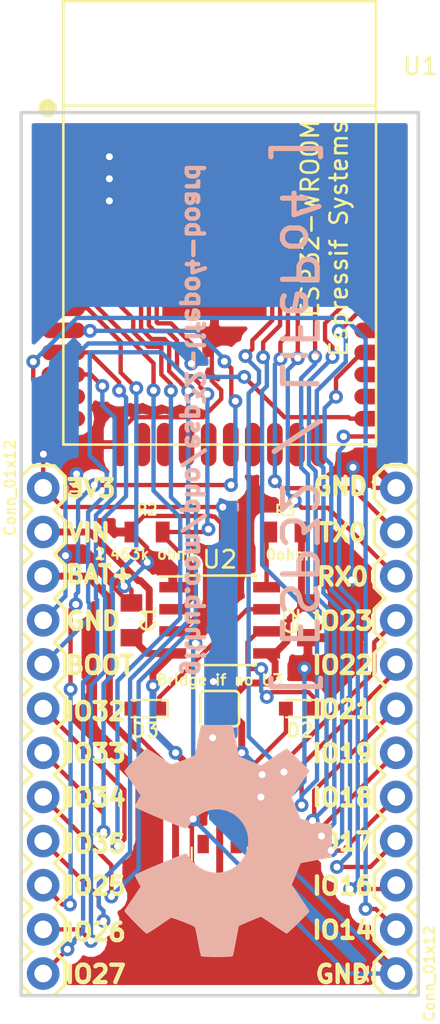
<source format=kicad_pcb>
(kicad_pcb (version 20171130) (host pcbnew "(5.0.2)-1")

  (general
    (thickness 1.6)
    (drawings 30)
    (tracks 563)
    (zones 0)
    (modules 14)
    (nets 43)
  )

  (page A4)
  (layers
    (0 F.Cu signal)
    (31 B.Cu signal)
    (32 B.Adhes user)
    (33 F.Adhes user)
    (34 B.Paste user)
    (35 F.Paste user)
    (36 B.SilkS user hide)
    (37 F.SilkS user)
    (38 B.Mask user)
    (39 F.Mask user)
    (40 Dwgs.User user hide)
    (41 Cmts.User user hide)
    (42 Eco1.User user hide)
    (43 Eco2.User user hide)
    (44 Edge.Cuts user)
    (45 Margin user hide)
    (46 B.CrtYd user hide)
    (47 F.CrtYd user hide)
    (48 B.Fab user hide)
    (49 F.Fab user hide)
  )

  (setup
    (last_trace_width 0.25)
    (trace_clearance 0.2)
    (zone_clearance 0.508)
    (zone_45_only no)
    (trace_min 0.2)
    (segment_width 0.2)
    (edge_width 0.2)
    (via_size 0.8)
    (via_drill 0.4)
    (via_min_size 0.4)
    (via_min_drill 0.3)
    (uvia_size 0.3)
    (uvia_drill 0.1)
    (uvias_allowed no)
    (uvia_min_size 0.2)
    (uvia_min_drill 0.1)
    (pcb_text_width 0.3)
    (pcb_text_size 1 1)
    (mod_edge_width 0.15)
    (mod_text_size 1 1)
    (mod_text_width 0.15)
    (pad_size 1.524 1.524)
    (pad_drill 0.762)
    (pad_to_mask_clearance 0.051)
    (solder_mask_min_width 0.25)
    (aux_axis_origin 0 0)
    (visible_elements 7FFFFFFF)
    (pcbplotparams
      (layerselection 0x010fc_ffffffff)
      (usegerberextensions false)
      (usegerberattributes false)
      (usegerberadvancedattributes false)
      (creategerberjobfile false)
      (excludeedgelayer true)
      (linewidth 0.150000)
      (plotframeref false)
      (viasonmask false)
      (mode 1)
      (useauxorigin true)
      (hpglpennumber 1)
      (hpglpenspeed 20)
      (hpglpendiameter 15.000000)
      (psnegative false)
      (psa4output false)
      (plotreference true)
      (plotvalue true)
      (plotinvisibletext false)
      (padsonsilk false)
      (subtractmaskfromsilk false)
      (outputformat 1)
      (mirror false)
      (drillshape 0)
      (scaleselection 1)
      (outputdirectory "gerber-slim"))
  )

  (net 0 "")
  (net 1 GND)
  (net 2 BAT+)
  (net 3 VIN)
  (net 4 "Net-(D2-Pad1)")
  (net 5 "Net-(D2-Pad2)")
  (net 6 "Net-(D3-Pad1)")
  (net 7 3V3)
  (net 8 BOOT)
  (net 9 IO32)
  (net 10 IO33)
  (net 11 IO34)
  (net 12 IO35)
  (net 13 IO25)
  (net 14 IO26)
  (net 15 IO27)
  (net 16 TX0)
  (net 17 RX0)
  (net 18 IO23)
  (net 19 IO22)
  (net 20 IO21)
  (net 21 IO19)
  (net 22 IO18)
  (net 23 IO17)
  (net 24 IO16)
  (net 25 IO14)
  (net 26 ISET)
  (net 27 "Net-(R3-Pad2)")
  (net 28 "Net-(U1-Pad32)")
  (net 29 "Net-(U1-Pad29)")
  (net 30 "Net-(U1-Pad26)")
  (net 31 "Net-(U1-Pad24)")
  (net 32 "Net-(U1-Pad23)")
  (net 33 "Net-(U1-Pad22)")
  (net 34 "Net-(U1-Pad21)")
  (net 35 "Net-(U1-Pad20)")
  (net 36 "Net-(U1-Pad19)")
  (net 37 "Net-(U1-Pad18)")
  (net 38 "Net-(U1-Pad17)")
  (net 39 "Net-(U1-Pad16)")
  (net 40 "Net-(U1-Pad14)")
  (net 41 "Net-(U3-Pad5)")
  (net 42 "Net-(U3-Pad4)")

  (net_class Default "This is the default net class."
    (clearance 0.2)
    (trace_width 0.25)
    (via_dia 0.8)
    (via_drill 0.4)
    (uvia_dia 0.3)
    (uvia_drill 0.1)
    (add_net 3V3)
    (add_net BOOT)
    (add_net GND)
    (add_net IO14)
    (add_net IO16)
    (add_net IO17)
    (add_net IO18)
    (add_net IO19)
    (add_net IO21)
    (add_net IO22)
    (add_net IO23)
    (add_net IO25)
    (add_net IO26)
    (add_net IO27)
    (add_net IO32)
    (add_net IO33)
    (add_net IO34)
    (add_net IO35)
    (add_net ISET)
    (add_net "Net-(D2-Pad1)")
    (add_net "Net-(D2-Pad2)")
    (add_net "Net-(D3-Pad1)")
    (add_net "Net-(R3-Pad2)")
    (add_net "Net-(U1-Pad14)")
    (add_net "Net-(U1-Pad16)")
    (add_net "Net-(U1-Pad17)")
    (add_net "Net-(U1-Pad18)")
    (add_net "Net-(U1-Pad19)")
    (add_net "Net-(U1-Pad20)")
    (add_net "Net-(U1-Pad21)")
    (add_net "Net-(U1-Pad22)")
    (add_net "Net-(U1-Pad23)")
    (add_net "Net-(U1-Pad24)")
    (add_net "Net-(U1-Pad26)")
    (add_net "Net-(U1-Pad29)")
    (add_net "Net-(U1-Pad32)")
    (add_net "Net-(U3-Pad4)")
    (add_net "Net-(U3-Pad5)")
    (add_net RX0)
    (add_net TX0)
  )

  (net_class Power ""
    (clearance 0.2)
    (trace_width 0.4)
    (via_dia 0.8)
    (via_drill 0.4)
    (uvia_dia 0.3)
    (uvia_drill 0.1)
    (add_net BAT+)
    (add_net VIN)
  )

  (module symbols:ESP32-WROOM-32-Espressif-Symbol-Kicad-62379 (layer F.Cu) (tedit 57D08EA8) (tstamp 5DAC76AF)
    (at 146.97616 75.270934 180)
    (path /5D9DA404)
    (fp_text reference U1 (at -11.557 9.017 180) (layer F.SilkS)
      (effects (font (size 1 1) (thickness 0.15)))
    )
    (fp_text value ESP32-WROOM-32 (at 5.715 14.224 180) (layer F.Fab)
      (effects (font (size 1 1) (thickness 0.15)))
    )
    (fp_text user "Espressif Systems" (at -6.858 -0.889 270) (layer F.SilkS)
      (effects (font (size 1 1) (thickness 0.15)))
    )
    (fp_circle (center 9.906 6.604) (end 10.033 6.858) (layer F.SilkS) (width 0.5))
    (fp_text user ESP32-WROOM (at -5.207 0.254 270) (layer F.SilkS)
      (effects (font (size 1 1) (thickness 0.15)))
    )
    (fp_line (start -9 6.75) (end 9 6.75) (layer F.SilkS) (width 0.15))
    (fp_line (start 9 12.75) (end 9 -12.75) (layer F.SilkS) (width 0.15))
    (fp_line (start -9 12.75) (end -9 -12.75) (layer F.SilkS) (width 0.15))
    (fp_line (start -9 -12.75) (end 9 -12.75) (layer F.SilkS) (width 0.15))
    (fp_line (start -9 12.75) (end 9 12.75) (layer F.SilkS) (width 0.15))
    (pad 38 smd oval (at -9 5.25 180) (size 2.5 0.9) (layers F.Cu F.Paste F.Mask)
      (net 1 GND))
    (pad 37 smd oval (at -9 3.98 180) (size 2.5 0.9) (layers F.Cu F.Paste F.Mask)
      (net 18 IO23))
    (pad 36 smd oval (at -9 2.71 180) (size 2.5 0.9) (layers F.Cu F.Paste F.Mask)
      (net 19 IO22))
    (pad 35 smd oval (at -9 1.44 180) (size 2.5 0.9) (layers F.Cu F.Paste F.Mask)
      (net 16 TX0))
    (pad 34 smd oval (at -9 0.17 180) (size 2.5 0.9) (layers F.Cu F.Paste F.Mask)
      (net 17 RX0))
    (pad 33 smd oval (at -9 -1.1 180) (size 2.5 0.9) (layers F.Cu F.Paste F.Mask)
      (net 20 IO21))
    (pad 32 smd oval (at -9 -2.37 180) (size 2.5 0.9) (layers F.Cu F.Paste F.Mask)
      (net 28 "Net-(U1-Pad32)"))
    (pad 31 smd oval (at -9 -3.64 180) (size 2.5 0.9) (layers F.Cu F.Paste F.Mask)
      (net 21 IO19))
    (pad 30 smd oval (at -9 -4.91 180) (size 2.5 0.9) (layers F.Cu F.Paste F.Mask)
      (net 22 IO18))
    (pad 29 smd oval (at -9 -6.18 180) (size 2.5 0.9) (layers F.Cu F.Paste F.Mask)
      (net 29 "Net-(U1-Pad29)"))
    (pad 28 smd oval (at -9 -7.45 180) (size 2.5 0.9) (layers F.Cu F.Paste F.Mask)
      (net 23 IO17))
    (pad 27 smd oval (at -9 -8.72 180) (size 2.5 0.9) (layers F.Cu F.Paste F.Mask)
      (net 24 IO16))
    (pad 26 smd oval (at -9 -9.99 180) (size 2.5 0.9) (layers F.Cu F.Paste F.Mask)
      (net 30 "Net-(U1-Pad26)"))
    (pad 25 smd oval (at -9 -11.26 180) (size 2.5 0.9) (layers F.Cu F.Paste F.Mask)
      (net 8 BOOT))
    (pad 24 smd oval (at -5.715 -12.75 180) (size 0.9 2.5) (layers F.Cu F.Paste F.Mask)
      (net 31 "Net-(U1-Pad24)"))
    (pad 23 smd oval (at -4.445 -12.75 180) (size 0.9 2.5) (layers F.Cu F.Paste F.Mask)
      (net 32 "Net-(U1-Pad23)"))
    (pad 22 smd oval (at -3.175 -12.75 180) (size 0.9 2.5) (layers F.Cu F.Paste F.Mask)
      (net 33 "Net-(U1-Pad22)"))
    (pad 21 smd oval (at -1.905 -12.75 180) (size 0.9 2.5) (layers F.Cu F.Paste F.Mask)
      (net 34 "Net-(U1-Pad21)"))
    (pad 20 smd oval (at -0.635 -12.75 180) (size 0.9 2.5) (layers F.Cu F.Paste F.Mask)
      (net 35 "Net-(U1-Pad20)"))
    (pad 19 smd oval (at 0.635 -12.75 180) (size 0.9 2.5) (layers F.Cu F.Paste F.Mask)
      (net 36 "Net-(U1-Pad19)"))
    (pad 18 smd oval (at 1.905 -12.75 180) (size 0.9 2.5) (layers F.Cu F.Paste F.Mask)
      (net 37 "Net-(U1-Pad18)"))
    (pad 17 smd oval (at 3.175 -12.75 180) (size 0.9 2.5) (layers F.Cu F.Paste F.Mask)
      (net 38 "Net-(U1-Pad17)"))
    (pad 16 smd oval (at 4.445 -12.75 180) (size 0.9 2.5) (layers F.Cu F.Paste F.Mask)
      (net 39 "Net-(U1-Pad16)"))
    (pad 15 smd oval (at 5.715 -12.75 180) (size 0.9 2.5) (layers F.Cu F.Paste F.Mask)
      (net 1 GND))
    (pad 14 smd oval (at 9 -11.26 180) (size 2.5 0.9) (layers F.Cu F.Paste F.Mask)
      (net 40 "Net-(U1-Pad14)"))
    (pad 13 smd oval (at 9 -9.99 180) (size 2.5 0.9) (layers F.Cu F.Paste F.Mask)
      (net 25 IO14))
    (pad 12 smd oval (at 9 -8.72 180) (size 2.5 0.9) (layers F.Cu F.Paste F.Mask)
      (net 15 IO27))
    (pad 11 smd oval (at 9 -7.45 180) (size 2.5 0.9) (layers F.Cu F.Paste F.Mask)
      (net 14 IO26))
    (pad 10 smd oval (at 9 -6.18 180) (size 2.5 0.9) (layers F.Cu F.Paste F.Mask)
      (net 13 IO25))
    (pad 9 smd oval (at 9 -4.91 180) (size 2.5 0.9) (layers F.Cu F.Paste F.Mask)
      (net 10 IO33))
    (pad 8 smd oval (at 9 -3.64 180) (size 2.5 0.9) (layers F.Cu F.Paste F.Mask)
      (net 9 IO32))
    (pad 7 smd oval (at 9 -2.37 180) (size 2.5 0.9) (layers F.Cu F.Paste F.Mask)
      (net 12 IO35))
    (pad 6 smd oval (at 9 -1.1 180) (size 2.5 0.9) (layers F.Cu F.Paste F.Mask)
      (net 11 IO34))
    (pad 5 smd oval (at 9 0.17 180) (size 2.5 0.9) (layers F.Cu F.Paste F.Mask)
      (net 26 ISET))
    (pad 4 smd oval (at 9 1.44 180) (size 2.5 0.9) (layers F.Cu F.Paste F.Mask)
      (net 7 3V3))
    (pad 3 smd oval (at 9 2.71 180) (size 2.5 0.9) (layers F.Cu F.Paste F.Mask)
      (net 7 3V3))
    (pad 2 smd oval (at 9 3.98 180) (size 2.5 0.9) (layers F.Cu F.Paste F.Mask)
      (net 7 3V3))
    (pad 1 smd oval (at 9 5.25 180) (size 2.5 0.9) (layers F.Cu F.Paste F.Mask)
      (net 1 GND))
    (pad 39 smd rect (at 0.3 -2.45 180) (size 6 6) (layers F.Cu F.Paste F.Mask)
      (net 1 GND))
  )

  (module Capacitors_SMD:C_0805 (layer F.Cu) (tedit 5DACB88F) (tstamp 5DAC7501)
    (at 141.89616 98.130934 270)
    (descr "Capacitor SMD 0805, reflow soldering, AVX (see smccp.pdf)")
    (tags "capacitor 0805")
    (path /5D9D12F5)
    (attr smd)
    (fp_text reference C1 (at -0.086934 -0.97884 270) (layer F.SilkS)
      (effects (font (size 0.8 0.8) (thickness 0.15)))
    )
    (fp_text value 1uF (at 0 1.75 270) (layer F.Fab)
      (effects (font (size 1 1) (thickness 0.15)))
    )
    (fp_text user %R (at 0 -1.5 270) (layer F.Fab)
      (effects (font (size 1 1) (thickness 0.15)))
    )
    (fp_line (start -1 0.62) (end -1 -0.62) (layer F.Fab) (width 0.1))
    (fp_line (start 1 0.62) (end -1 0.62) (layer F.Fab) (width 0.1))
    (fp_line (start 1 -0.62) (end 1 0.62) (layer F.Fab) (width 0.1))
    (fp_line (start -1 -0.62) (end 1 -0.62) (layer F.Fab) (width 0.1))
    (fp_line (start 0.5 -0.85) (end -0.5 -0.85) (layer F.SilkS) (width 0.12))
    (fp_line (start -0.5 0.85) (end 0.5 0.85) (layer F.SilkS) (width 0.12))
    (fp_line (start -1.75 -0.88) (end 1.75 -0.88) (layer F.CrtYd) (width 0.05))
    (fp_line (start -1.75 -0.88) (end -1.75 0.87) (layer F.CrtYd) (width 0.05))
    (fp_line (start 1.75 0.87) (end 1.75 -0.88) (layer F.CrtYd) (width 0.05))
    (fp_line (start 1.75 0.87) (end -1.75 0.87) (layer F.CrtYd) (width 0.05))
    (pad 1 smd rect (at -1 0 270) (size 1 1.25) (layers F.Cu F.Paste F.Mask)
      (net 1 GND))
    (pad 2 smd rect (at 1 0 270) (size 1 1.25) (layers F.Cu F.Paste F.Mask)
      (net 3 VIN))
    (model Capacitors_SMD.3dshapes/C_0805.wrl
      (at (xyz 0 0 0))
      (scale (xyz 1 1 1))
      (rotate (xyz 0 0 0))
    )
  )

  (module Capacitors_SMD:C_0805 (layer F.Cu) (tedit 5DACB893) (tstamp 5DAC7512)
    (at 152.05616 98.130934 90)
    (descr "Capacitor SMD 0805, reflow soldering, AVX (see smccp.pdf)")
    (tags "capacitor 0805")
    (path /5D9D120F)
    (attr smd)
    (fp_text reference C2 (at -0.040066 -0.92616 270) (layer F.SilkS)
      (effects (font (size 0.8 0.8) (thickness 0.15)))
    )
    (fp_text value 10uF (at 0 1.75 90) (layer F.Fab)
      (effects (font (size 1 1) (thickness 0.15)))
    )
    (fp_line (start 1.75 0.87) (end -1.75 0.87) (layer F.CrtYd) (width 0.05))
    (fp_line (start 1.75 0.87) (end 1.75 -0.88) (layer F.CrtYd) (width 0.05))
    (fp_line (start -1.75 -0.88) (end -1.75 0.87) (layer F.CrtYd) (width 0.05))
    (fp_line (start -1.75 -0.88) (end 1.75 -0.88) (layer F.CrtYd) (width 0.05))
    (fp_line (start -0.5 0.85) (end 0.5 0.85) (layer F.SilkS) (width 0.12))
    (fp_line (start 0.5 -0.85) (end -0.5 -0.85) (layer F.SilkS) (width 0.12))
    (fp_line (start -1 -0.62) (end 1 -0.62) (layer F.Fab) (width 0.1))
    (fp_line (start 1 -0.62) (end 1 0.62) (layer F.Fab) (width 0.1))
    (fp_line (start 1 0.62) (end -1 0.62) (layer F.Fab) (width 0.1))
    (fp_line (start -1 0.62) (end -1 -0.62) (layer F.Fab) (width 0.1))
    (fp_text user %R (at 0 -1.5 90) (layer F.Fab)
      (effects (font (size 1 1) (thickness 0.15)))
    )
    (pad 2 smd rect (at 1 0 90) (size 1 1.25) (layers F.Cu F.Paste F.Mask)
      (net 2 BAT+))
    (pad 1 smd rect (at -1 0 90) (size 1 1.25) (layers F.Cu F.Paste F.Mask)
      (net 1 GND))
    (model Capacitors_SMD.3dshapes/C_0805.wrl
      (at (xyz 0 0 0))
      (scale (xyz 1 1 1))
      (rotate (xyz 0 0 0))
    )
  )

  (module LEDs:LED_0603 (layer F.Cu) (tedit 5DACB889) (tstamp 5DAC7527)
    (at 151.58616 103.210934 180)
    (descr "LED 0603 smd package")
    (tags "LED led 0603 SMD smd SMT smt smdled SMDLED smtled SMTLED")
    (path /5D9D18A8)
    (attr smd)
    (fp_text reference D2 (at 0 -1.25 180) (layer F.SilkS)
      (effects (font (size 0.8 0.8) (thickness 0.15)))
    )
    (fp_text value DONE (at 0 1.35 180) (layer F.Fab)
      (effects (font (size 1 1) (thickness 0.15)))
    )
    (fp_line (start -1.45 -0.65) (end 1.45 -0.65) (layer F.CrtYd) (width 0.05))
    (fp_line (start -1.45 0.65) (end -1.45 -0.65) (layer F.CrtYd) (width 0.05))
    (fp_line (start 1.45 0.65) (end -1.45 0.65) (layer F.CrtYd) (width 0.05))
    (fp_line (start 1.45 -0.65) (end 1.45 0.65) (layer F.CrtYd) (width 0.05))
    (fp_line (start -1.3 -0.5) (end 0.8 -0.5) (layer F.SilkS) (width 0.12))
    (fp_line (start -1.3 0.5) (end 0.8 0.5) (layer F.SilkS) (width 0.12))
    (fp_line (start -0.8 0.4) (end -0.8 -0.4) (layer F.Fab) (width 0.1))
    (fp_line (start -0.8 -0.4) (end 0.8 -0.4) (layer F.Fab) (width 0.1))
    (fp_line (start 0.8 -0.4) (end 0.8 0.4) (layer F.Fab) (width 0.1))
    (fp_line (start 0.8 0.4) (end -0.8 0.4) (layer F.Fab) (width 0.1))
    (fp_line (start 0.15 -0.2) (end 0.15 0.2) (layer F.Fab) (width 0.1))
    (fp_line (start 0.15 0.2) (end -0.15 0) (layer F.Fab) (width 0.1))
    (fp_line (start -0.15 0) (end 0.15 -0.2) (layer F.Fab) (width 0.1))
    (fp_line (start -0.2 -0.2) (end -0.2 0.2) (layer F.Fab) (width 0.1))
    (fp_line (start -1.3 -0.5) (end -1.3 0.5) (layer F.SilkS) (width 0.12))
    (pad 1 smd rect (at -0.8 0) (size 0.8 0.8) (layers F.Cu F.Paste F.Mask)
      (net 4 "Net-(D2-Pad1)"))
    (pad 2 smd rect (at 0.8 0) (size 0.8 0.8) (layers F.Cu F.Paste F.Mask)
      (net 5 "Net-(D2-Pad2)"))
    (model ${KISYS3DMOD}/LEDs.3dshapes/LED_0603.wrl
      (at (xyz 0 0 0))
      (scale (xyz 1 1 1))
      (rotate (xyz 0 0 180))
    )
  )

  (module LEDs:LED_0603 (layer F.Cu) (tedit 5DACB884) (tstamp 5DAEEA27)
    (at 142.69616 103.210934 180)
    (descr "LED 0603 smd package")
    (tags "LED led 0603 SMD smd SMT smt smdled SMDLED smtled SMTLED")
    (path /5D9D1926)
    (attr smd)
    (fp_text reference D3 (at 0 -1.25 180) (layer F.SilkS)
      (effects (font (size 0.8 0.8) (thickness 0.15)))
    )
    (fp_text value CHRG (at 0 1.35 180) (layer F.Fab)
      (effects (font (size 1 1) (thickness 0.15)))
    )
    (fp_line (start -1.3 -0.5) (end -1.3 0.5) (layer F.SilkS) (width 0.12))
    (fp_line (start -0.2 -0.2) (end -0.2 0.2) (layer F.Fab) (width 0.1))
    (fp_line (start -0.15 0) (end 0.15 -0.2) (layer F.Fab) (width 0.1))
    (fp_line (start 0.15 0.2) (end -0.15 0) (layer F.Fab) (width 0.1))
    (fp_line (start 0.15 -0.2) (end 0.15 0.2) (layer F.Fab) (width 0.1))
    (fp_line (start 0.8 0.4) (end -0.8 0.4) (layer F.Fab) (width 0.1))
    (fp_line (start 0.8 -0.4) (end 0.8 0.4) (layer F.Fab) (width 0.1))
    (fp_line (start -0.8 -0.4) (end 0.8 -0.4) (layer F.Fab) (width 0.1))
    (fp_line (start -0.8 0.4) (end -0.8 -0.4) (layer F.Fab) (width 0.1))
    (fp_line (start -1.3 0.5) (end 0.8 0.5) (layer F.SilkS) (width 0.12))
    (fp_line (start -1.3 -0.5) (end 0.8 -0.5) (layer F.SilkS) (width 0.12))
    (fp_line (start 1.45 -0.65) (end 1.45 0.65) (layer F.CrtYd) (width 0.05))
    (fp_line (start 1.45 0.65) (end -1.45 0.65) (layer F.CrtYd) (width 0.05))
    (fp_line (start -1.45 0.65) (end -1.45 -0.65) (layer F.CrtYd) (width 0.05))
    (fp_line (start -1.45 -0.65) (end 1.45 -0.65) (layer F.CrtYd) (width 0.05))
    (pad 2 smd rect (at 0.8 0) (size 0.8 0.8) (layers F.Cu F.Paste F.Mask)
      (net 5 "Net-(D2-Pad2)"))
    (pad 1 smd rect (at -0.8 0) (size 0.8 0.8) (layers F.Cu F.Paste F.Mask)
      (net 6 "Net-(D3-Pad1)"))
    (model ${KISYS3DMOD}/LEDs.3dshapes/LED_0603.wrl
      (at (xyz 0 0 0))
      (scale (xyz 1 1 1))
      (rotate (xyz 0 0 180))
    )
  )

  (module "Connectors Sparkfun:1X12" (layer F.Cu) (tedit 200000) (tstamp 5DAC8674)
    (at 136.81616 90.510934 270)
    (descr "PLATED THROUGH HOLE -12 PIN")
    (tags "PLATED THROUGH HOLE -12 PIN")
    (path /5DA2DEA0)
    (attr virtual)
    (fp_text reference J1 (at 0 -1.905 270) (layer F.SilkS)
      (effects (font (size 0.6096 0.6096) (thickness 0.127)))
    )
    (fp_text value Conn_01x12 (at 0 1.905 270) (layer F.SilkS)
      (effects (font (size 0.6096 0.6096) (thickness 0.127)))
    )
    (fp_line (start 14.986 0.254) (end 15.494 0.254) (layer Dwgs.User) (width 0.06604))
    (fp_line (start 15.494 0.254) (end 15.494 -0.254) (layer Dwgs.User) (width 0.06604))
    (fp_line (start 14.986 -0.254) (end 15.494 -0.254) (layer Dwgs.User) (width 0.06604))
    (fp_line (start 14.986 0.254) (end 14.986 -0.254) (layer Dwgs.User) (width 0.06604))
    (fp_line (start 12.446 0.254) (end 12.954 0.254) (layer Dwgs.User) (width 0.06604))
    (fp_line (start 12.954 0.254) (end 12.954 -0.254) (layer Dwgs.User) (width 0.06604))
    (fp_line (start 12.446 -0.254) (end 12.954 -0.254) (layer Dwgs.User) (width 0.06604))
    (fp_line (start 12.446 0.254) (end 12.446 -0.254) (layer Dwgs.User) (width 0.06604))
    (fp_line (start 9.906 0.254) (end 10.414 0.254) (layer Dwgs.User) (width 0.06604))
    (fp_line (start 10.414 0.254) (end 10.414 -0.254) (layer Dwgs.User) (width 0.06604))
    (fp_line (start 9.906 -0.254) (end 10.414 -0.254) (layer Dwgs.User) (width 0.06604))
    (fp_line (start 9.906 0.254) (end 9.906 -0.254) (layer Dwgs.User) (width 0.06604))
    (fp_line (start 7.366 0.254) (end 7.874 0.254) (layer Dwgs.User) (width 0.06604))
    (fp_line (start 7.874 0.254) (end 7.874 -0.254) (layer Dwgs.User) (width 0.06604))
    (fp_line (start 7.366 -0.254) (end 7.874 -0.254) (layer Dwgs.User) (width 0.06604))
    (fp_line (start 7.366 0.254) (end 7.366 -0.254) (layer Dwgs.User) (width 0.06604))
    (fp_line (start 4.826 0.254) (end 5.334 0.254) (layer Dwgs.User) (width 0.06604))
    (fp_line (start 5.334 0.254) (end 5.334 -0.254) (layer Dwgs.User) (width 0.06604))
    (fp_line (start 4.826 -0.254) (end 5.334 -0.254) (layer Dwgs.User) (width 0.06604))
    (fp_line (start 4.826 0.254) (end 4.826 -0.254) (layer Dwgs.User) (width 0.06604))
    (fp_line (start 2.286 0.254) (end 2.794 0.254) (layer Dwgs.User) (width 0.06604))
    (fp_line (start 2.794 0.254) (end 2.794 -0.254) (layer Dwgs.User) (width 0.06604))
    (fp_line (start 2.286 -0.254) (end 2.794 -0.254) (layer Dwgs.User) (width 0.06604))
    (fp_line (start 2.286 0.254) (end 2.286 -0.254) (layer Dwgs.User) (width 0.06604))
    (fp_line (start -0.254 0.254) (end 0.254 0.254) (layer Dwgs.User) (width 0.06604))
    (fp_line (start 0.254 0.254) (end 0.254 -0.254) (layer Dwgs.User) (width 0.06604))
    (fp_line (start -0.254 -0.254) (end 0.254 -0.254) (layer Dwgs.User) (width 0.06604))
    (fp_line (start -0.254 0.254) (end -0.254 -0.254) (layer Dwgs.User) (width 0.06604))
    (fp_line (start 17.52346 0.254) (end 18.034 0.254) (layer Dwgs.User) (width 0.06604))
    (fp_line (start 18.034 0.254) (end 18.034 -0.254) (layer Dwgs.User) (width 0.06604))
    (fp_line (start 17.52346 -0.254) (end 18.034 -0.254) (layer Dwgs.User) (width 0.06604))
    (fp_line (start 17.52346 0.254) (end 17.52346 -0.254) (layer Dwgs.User) (width 0.06604))
    (fp_line (start 20.066 0.254) (end 20.574 0.254) (layer Dwgs.User) (width 0.06604))
    (fp_line (start 20.574 0.254) (end 20.574 -0.254) (layer Dwgs.User) (width 0.06604))
    (fp_line (start 20.066 -0.254) (end 20.574 -0.254) (layer Dwgs.User) (width 0.06604))
    (fp_line (start 20.066 0.254) (end 20.066 -0.254) (layer Dwgs.User) (width 0.06604))
    (fp_line (start 22.606 0.254) (end 23.114 0.254) (layer Dwgs.User) (width 0.06604))
    (fp_line (start 23.114 0.254) (end 23.114 -0.254) (layer Dwgs.User) (width 0.06604))
    (fp_line (start 22.606 -0.254) (end 23.114 -0.254) (layer Dwgs.User) (width 0.06604))
    (fp_line (start 22.606 0.254) (end 22.606 -0.254) (layer Dwgs.User) (width 0.06604))
    (fp_line (start 25.146 0.254) (end 25.654 0.254) (layer Dwgs.User) (width 0.06604))
    (fp_line (start 25.654 0.254) (end 25.654 -0.254) (layer Dwgs.User) (width 0.06604))
    (fp_line (start 25.146 -0.254) (end 25.654 -0.254) (layer Dwgs.User) (width 0.06604))
    (fp_line (start 25.146 0.254) (end 25.146 -0.254) (layer Dwgs.User) (width 0.06604))
    (fp_line (start 27.686 0.254) (end 28.194 0.254) (layer Dwgs.User) (width 0.06604))
    (fp_line (start 28.194 0.254) (end 28.194 -0.254) (layer Dwgs.User) (width 0.06604))
    (fp_line (start 27.686 -0.254) (end 28.194 -0.254) (layer Dwgs.User) (width 0.06604))
    (fp_line (start 27.686 0.254) (end 27.686 -0.254) (layer Dwgs.User) (width 0.06604))
    (fp_line (start 14.605 -1.27) (end 15.875 -1.27) (layer F.SilkS) (width 0.2032))
    (fp_line (start 15.875 -1.27) (end 16.51 -0.635) (layer F.SilkS) (width 0.2032))
    (fp_line (start 16.51 0.635) (end 15.875 1.27) (layer F.SilkS) (width 0.2032))
    (fp_line (start 11.43 -0.635) (end 12.065 -1.27) (layer F.SilkS) (width 0.2032))
    (fp_line (start 12.065 -1.27) (end 13.335 -1.27) (layer F.SilkS) (width 0.2032))
    (fp_line (start 13.335 -1.27) (end 13.97 -0.635) (layer F.SilkS) (width 0.2032))
    (fp_line (start 13.97 0.635) (end 13.335 1.27) (layer F.SilkS) (width 0.2032))
    (fp_line (start 13.335 1.27) (end 12.065 1.27) (layer F.SilkS) (width 0.2032))
    (fp_line (start 12.065 1.27) (end 11.43 0.635) (layer F.SilkS) (width 0.2032))
    (fp_line (start 14.605 -1.27) (end 13.97 -0.635) (layer F.SilkS) (width 0.2032))
    (fp_line (start 13.97 0.635) (end 14.605 1.27) (layer F.SilkS) (width 0.2032))
    (fp_line (start 15.875 1.27) (end 14.605 1.27) (layer F.SilkS) (width 0.2032))
    (fp_line (start 6.985 -1.27) (end 8.255 -1.27) (layer F.SilkS) (width 0.2032))
    (fp_line (start 8.255 -1.27) (end 8.89 -0.635) (layer F.SilkS) (width 0.2032))
    (fp_line (start 8.89 0.635) (end 8.255 1.27) (layer F.SilkS) (width 0.2032))
    (fp_line (start 8.89 -0.635) (end 9.525 -1.27) (layer F.SilkS) (width 0.2032))
    (fp_line (start 9.525 -1.27) (end 10.795 -1.27) (layer F.SilkS) (width 0.2032))
    (fp_line (start 10.795 -1.27) (end 11.43 -0.635) (layer F.SilkS) (width 0.2032))
    (fp_line (start 11.43 0.635) (end 10.795 1.27) (layer F.SilkS) (width 0.2032))
    (fp_line (start 10.795 1.27) (end 9.525 1.27) (layer F.SilkS) (width 0.2032))
    (fp_line (start 9.525 1.27) (end 8.89 0.635) (layer F.SilkS) (width 0.2032))
    (fp_line (start 3.81 -0.635) (end 4.445 -1.27) (layer F.SilkS) (width 0.2032))
    (fp_line (start 4.445 -1.27) (end 5.715 -1.27) (layer F.SilkS) (width 0.2032))
    (fp_line (start 5.715 -1.27) (end 6.35 -0.635) (layer F.SilkS) (width 0.2032))
    (fp_line (start 6.35 0.635) (end 5.715 1.27) (layer F.SilkS) (width 0.2032))
    (fp_line (start 5.715 1.27) (end 4.445 1.27) (layer F.SilkS) (width 0.2032))
    (fp_line (start 4.445 1.27) (end 3.81 0.635) (layer F.SilkS) (width 0.2032))
    (fp_line (start 6.985 -1.27) (end 6.35 -0.635) (layer F.SilkS) (width 0.2032))
    (fp_line (start 6.35 0.635) (end 6.985 1.27) (layer F.SilkS) (width 0.2032))
    (fp_line (start 8.255 1.27) (end 6.985 1.27) (layer F.SilkS) (width 0.2032))
    (fp_line (start -0.635 -1.27) (end 0.635 -1.27) (layer F.SilkS) (width 0.2032))
    (fp_line (start 0.635 -1.27) (end 1.27 -0.635) (layer F.SilkS) (width 0.2032))
    (fp_line (start 1.27 0.635) (end 0.635 1.27) (layer F.SilkS) (width 0.2032))
    (fp_line (start 1.27 -0.635) (end 1.905 -1.27) (layer F.SilkS) (width 0.2032))
    (fp_line (start 1.905 -1.27) (end 3.175 -1.27) (layer F.SilkS) (width 0.2032))
    (fp_line (start 3.175 -1.27) (end 3.81 -0.635) (layer F.SilkS) (width 0.2032))
    (fp_line (start 3.81 0.635) (end 3.175 1.27) (layer F.SilkS) (width 0.2032))
    (fp_line (start 3.175 1.27) (end 1.905 1.27) (layer F.SilkS) (width 0.2032))
    (fp_line (start 1.905 1.27) (end 1.27 0.635) (layer F.SilkS) (width 0.2032))
    (fp_line (start -1.27 -0.635) (end -1.27 0.635) (layer F.SilkS) (width 0.2032))
    (fp_line (start -0.635 -1.27) (end -1.27 -0.635) (layer F.SilkS) (width 0.2032))
    (fp_line (start -1.27 0.635) (end -0.635 1.27) (layer F.SilkS) (width 0.2032))
    (fp_line (start 0.635 1.27) (end -0.635 1.27) (layer F.SilkS) (width 0.2032))
    (fp_line (start 17.145 -1.27) (end 18.415 -1.27) (layer F.SilkS) (width 0.2032))
    (fp_line (start 18.415 -1.27) (end 19.05 -0.635) (layer F.SilkS) (width 0.2032))
    (fp_line (start 19.05 0.635) (end 18.415 1.27) (layer F.SilkS) (width 0.2032))
    (fp_line (start 17.145 -1.27) (end 16.51 -0.635) (layer F.SilkS) (width 0.2032))
    (fp_line (start 16.51 0.635) (end 17.145 1.27) (layer F.SilkS) (width 0.2032))
    (fp_line (start 18.415 1.27) (end 17.145 1.27) (layer F.SilkS) (width 0.2032))
    (fp_line (start 19.685 -1.27) (end 20.955 -1.27) (layer F.SilkS) (width 0.2032))
    (fp_line (start 20.955 -1.27) (end 21.59 -0.635) (layer F.SilkS) (width 0.2032))
    (fp_line (start 21.59 0.635) (end 20.955 1.27) (layer F.SilkS) (width 0.2032))
    (fp_line (start 19.685 -1.27) (end 19.05 -0.635) (layer F.SilkS) (width 0.2032))
    (fp_line (start 19.05 0.635) (end 19.685 1.27) (layer F.SilkS) (width 0.2032))
    (fp_line (start 20.955 1.27) (end 19.685 1.27) (layer F.SilkS) (width 0.2032))
    (fp_line (start 22.225 -1.27) (end 23.495 -1.27) (layer F.SilkS) (width 0.2032))
    (fp_line (start 23.495 -1.27) (end 24.13 -0.635) (layer F.SilkS) (width 0.2032))
    (fp_line (start 24.13 0.635) (end 23.495 1.27) (layer F.SilkS) (width 0.2032))
    (fp_line (start 22.225 -1.27) (end 21.59 -0.635) (layer F.SilkS) (width 0.2032))
    (fp_line (start 21.59 0.635) (end 22.225 1.27) (layer F.SilkS) (width 0.2032))
    (fp_line (start 23.495 1.27) (end 22.225 1.27) (layer F.SilkS) (width 0.2032))
    (fp_line (start 24.765 -1.27) (end 26.035 -1.27) (layer F.SilkS) (width 0.2032))
    (fp_line (start 26.035 -1.27) (end 26.67 -0.635) (layer F.SilkS) (width 0.2032))
    (fp_line (start 26.67 0.635) (end 26.035 1.27) (layer F.SilkS) (width 0.2032))
    (fp_line (start 24.765 -1.27) (end 24.13 -0.635) (layer F.SilkS) (width 0.2032))
    (fp_line (start 24.13 0.635) (end 24.765 1.27) (layer F.SilkS) (width 0.2032))
    (fp_line (start 26.035 1.27) (end 24.765 1.27) (layer F.SilkS) (width 0.2032))
    (fp_line (start 27.305 -1.27) (end 28.575 -1.27) (layer F.SilkS) (width 0.2032))
    (fp_line (start 28.575 -1.27) (end 29.21 -0.635) (layer F.SilkS) (width 0.2032))
    (fp_line (start 29.21 -0.635) (end 29.21 0.635) (layer F.SilkS) (width 0.2032))
    (fp_line (start 29.21 0.635) (end 28.575 1.27) (layer F.SilkS) (width 0.2032))
    (fp_line (start 27.305 -1.27) (end 26.67 -0.635) (layer F.SilkS) (width 0.2032))
    (fp_line (start 26.67 0.635) (end 27.305 1.27) (layer F.SilkS) (width 0.2032))
    (fp_line (start 28.575 1.27) (end 27.305 1.27) (layer F.SilkS) (width 0.2032))
    (pad 1 thru_hole circle (at 0 0 270) (size 1.8796 1.8796) (drill 1.016) (layers *.Cu *.Mask)
      (net 7 3V3) (solder_mask_margin 0.1016))
    (pad 2 thru_hole circle (at 2.54 0 270) (size 1.8796 1.8796) (drill 1.016) (layers *.Cu *.Mask)
      (net 3 VIN) (solder_mask_margin 0.1016))
    (pad 3 thru_hole circle (at 5.08 0 270) (size 1.8796 1.8796) (drill 1.016) (layers *.Cu *.Mask)
      (net 2 BAT+) (solder_mask_margin 0.1016))
    (pad 4 thru_hole circle (at 7.62 0 270) (size 1.8796 1.8796) (drill 1.016) (layers *.Cu *.Mask)
      (net 1 GND) (solder_mask_margin 0.1016))
    (pad 5 thru_hole circle (at 10.16 0 270) (size 1.8796 1.8796) (drill 1.016) (layers *.Cu *.Mask)
      (net 8 BOOT) (solder_mask_margin 0.1016))
    (pad 6 thru_hole circle (at 12.7 0 270) (size 1.8796 1.8796) (drill 1.016) (layers *.Cu *.Mask)
      (net 9 IO32) (solder_mask_margin 0.1016))
    (pad 7 thru_hole circle (at 15.24 0 270) (size 1.8796 1.8796) (drill 1.016) (layers *.Cu *.Mask)
      (net 10 IO33) (solder_mask_margin 0.1016))
    (pad 8 thru_hole circle (at 17.78 0 270) (size 1.8796 1.8796) (drill 1.016) (layers *.Cu *.Mask)
      (net 11 IO34) (solder_mask_margin 0.1016))
    (pad 9 thru_hole circle (at 20.32 0 270) (size 1.8796 1.8796) (drill 1.016) (layers *.Cu *.Mask)
      (net 12 IO35) (solder_mask_margin 0.1016))
    (pad 10 thru_hole circle (at 22.86 0 270) (size 1.8796 1.8796) (drill 1.016) (layers *.Cu *.Mask)
      (net 13 IO25) (solder_mask_margin 0.1016))
    (pad 11 thru_hole circle (at 25.4 0 270) (size 1.8796 1.8796) (drill 1.016) (layers *.Cu *.Mask)
      (net 14 IO26) (solder_mask_margin 0.1016))
    (pad 12 thru_hole circle (at 27.94 0 270) (size 1.8796 1.8796) (drill 1.016) (layers *.Cu *.Mask)
      (net 15 IO27) (solder_mask_margin 0.1016))
  )

  (module "Connectors Sparkfun:1X12" (layer F.Cu) (tedit 200000) (tstamp 5DAC7650)
    (at 157.13616 118.450934 90)
    (descr "PLATED THROUGH HOLE -12 PIN")
    (tags "PLATED THROUGH HOLE -12 PIN")
    (path /5DA317A6)
    (attr virtual)
    (fp_text reference J2 (at 0 -1.905 90) (layer F.SilkS)
      (effects (font (size 0.6096 0.6096) (thickness 0.127)))
    )
    (fp_text value Conn_01x12 (at 0 1.905 90) (layer F.SilkS)
      (effects (font (size 0.6096 0.6096) (thickness 0.127)))
    )
    (fp_line (start 28.575 1.27) (end 27.305 1.27) (layer F.SilkS) (width 0.2032))
    (fp_line (start 26.67 0.635) (end 27.305 1.27) (layer F.SilkS) (width 0.2032))
    (fp_line (start 27.305 -1.27) (end 26.67 -0.635) (layer F.SilkS) (width 0.2032))
    (fp_line (start 29.21 0.635) (end 28.575 1.27) (layer F.SilkS) (width 0.2032))
    (fp_line (start 29.21 -0.635) (end 29.21 0.635) (layer F.SilkS) (width 0.2032))
    (fp_line (start 28.575 -1.27) (end 29.21 -0.635) (layer F.SilkS) (width 0.2032))
    (fp_line (start 27.305 -1.27) (end 28.575 -1.27) (layer F.SilkS) (width 0.2032))
    (fp_line (start 26.035 1.27) (end 24.765 1.27) (layer F.SilkS) (width 0.2032))
    (fp_line (start 24.13 0.635) (end 24.765 1.27) (layer F.SilkS) (width 0.2032))
    (fp_line (start 24.765 -1.27) (end 24.13 -0.635) (layer F.SilkS) (width 0.2032))
    (fp_line (start 26.67 0.635) (end 26.035 1.27) (layer F.SilkS) (width 0.2032))
    (fp_line (start 26.035 -1.27) (end 26.67 -0.635) (layer F.SilkS) (width 0.2032))
    (fp_line (start 24.765 -1.27) (end 26.035 -1.27) (layer F.SilkS) (width 0.2032))
    (fp_line (start 23.495 1.27) (end 22.225 1.27) (layer F.SilkS) (width 0.2032))
    (fp_line (start 21.59 0.635) (end 22.225 1.27) (layer F.SilkS) (width 0.2032))
    (fp_line (start 22.225 -1.27) (end 21.59 -0.635) (layer F.SilkS) (width 0.2032))
    (fp_line (start 24.13 0.635) (end 23.495 1.27) (layer F.SilkS) (width 0.2032))
    (fp_line (start 23.495 -1.27) (end 24.13 -0.635) (layer F.SilkS) (width 0.2032))
    (fp_line (start 22.225 -1.27) (end 23.495 -1.27) (layer F.SilkS) (width 0.2032))
    (fp_line (start 20.955 1.27) (end 19.685 1.27) (layer F.SilkS) (width 0.2032))
    (fp_line (start 19.05 0.635) (end 19.685 1.27) (layer F.SilkS) (width 0.2032))
    (fp_line (start 19.685 -1.27) (end 19.05 -0.635) (layer F.SilkS) (width 0.2032))
    (fp_line (start 21.59 0.635) (end 20.955 1.27) (layer F.SilkS) (width 0.2032))
    (fp_line (start 20.955 -1.27) (end 21.59 -0.635) (layer F.SilkS) (width 0.2032))
    (fp_line (start 19.685 -1.27) (end 20.955 -1.27) (layer F.SilkS) (width 0.2032))
    (fp_line (start 18.415 1.27) (end 17.145 1.27) (layer F.SilkS) (width 0.2032))
    (fp_line (start 16.51 0.635) (end 17.145 1.27) (layer F.SilkS) (width 0.2032))
    (fp_line (start 17.145 -1.27) (end 16.51 -0.635) (layer F.SilkS) (width 0.2032))
    (fp_line (start 19.05 0.635) (end 18.415 1.27) (layer F.SilkS) (width 0.2032))
    (fp_line (start 18.415 -1.27) (end 19.05 -0.635) (layer F.SilkS) (width 0.2032))
    (fp_line (start 17.145 -1.27) (end 18.415 -1.27) (layer F.SilkS) (width 0.2032))
    (fp_line (start 0.635 1.27) (end -0.635 1.27) (layer F.SilkS) (width 0.2032))
    (fp_line (start -1.27 0.635) (end -0.635 1.27) (layer F.SilkS) (width 0.2032))
    (fp_line (start -0.635 -1.27) (end -1.27 -0.635) (layer F.SilkS) (width 0.2032))
    (fp_line (start -1.27 -0.635) (end -1.27 0.635) (layer F.SilkS) (width 0.2032))
    (fp_line (start 1.905 1.27) (end 1.27 0.635) (layer F.SilkS) (width 0.2032))
    (fp_line (start 3.175 1.27) (end 1.905 1.27) (layer F.SilkS) (width 0.2032))
    (fp_line (start 3.81 0.635) (end 3.175 1.27) (layer F.SilkS) (width 0.2032))
    (fp_line (start 3.175 -1.27) (end 3.81 -0.635) (layer F.SilkS) (width 0.2032))
    (fp_line (start 1.905 -1.27) (end 3.175 -1.27) (layer F.SilkS) (width 0.2032))
    (fp_line (start 1.27 -0.635) (end 1.905 -1.27) (layer F.SilkS) (width 0.2032))
    (fp_line (start 1.27 0.635) (end 0.635 1.27) (layer F.SilkS) (width 0.2032))
    (fp_line (start 0.635 -1.27) (end 1.27 -0.635) (layer F.SilkS) (width 0.2032))
    (fp_line (start -0.635 -1.27) (end 0.635 -1.27) (layer F.SilkS) (width 0.2032))
    (fp_line (start 8.255 1.27) (end 6.985 1.27) (layer F.SilkS) (width 0.2032))
    (fp_line (start 6.35 0.635) (end 6.985 1.27) (layer F.SilkS) (width 0.2032))
    (fp_line (start 6.985 -1.27) (end 6.35 -0.635) (layer F.SilkS) (width 0.2032))
    (fp_line (start 4.445 1.27) (end 3.81 0.635) (layer F.SilkS) (width 0.2032))
    (fp_line (start 5.715 1.27) (end 4.445 1.27) (layer F.SilkS) (width 0.2032))
    (fp_line (start 6.35 0.635) (end 5.715 1.27) (layer F.SilkS) (width 0.2032))
    (fp_line (start 5.715 -1.27) (end 6.35 -0.635) (layer F.SilkS) (width 0.2032))
    (fp_line (start 4.445 -1.27) (end 5.715 -1.27) (layer F.SilkS) (width 0.2032))
    (fp_line (start 3.81 -0.635) (end 4.445 -1.27) (layer F.SilkS) (width 0.2032))
    (fp_line (start 9.525 1.27) (end 8.89 0.635) (layer F.SilkS) (width 0.2032))
    (fp_line (start 10.795 1.27) (end 9.525 1.27) (layer F.SilkS) (width 0.2032))
    (fp_line (start 11.43 0.635) (end 10.795 1.27) (layer F.SilkS) (width 0.2032))
    (fp_line (start 10.795 -1.27) (end 11.43 -0.635) (layer F.SilkS) (width 0.2032))
    (fp_line (start 9.525 -1.27) (end 10.795 -1.27) (layer F.SilkS) (width 0.2032))
    (fp_line (start 8.89 -0.635) (end 9.525 -1.27) (layer F.SilkS) (width 0.2032))
    (fp_line (start 8.89 0.635) (end 8.255 1.27) (layer F.SilkS) (width 0.2032))
    (fp_line (start 8.255 -1.27) (end 8.89 -0.635) (layer F.SilkS) (width 0.2032))
    (fp_line (start 6.985 -1.27) (end 8.255 -1.27) (layer F.SilkS) (width 0.2032))
    (fp_line (start 15.875 1.27) (end 14.605 1.27) (layer F.SilkS) (width 0.2032))
    (fp_line (start 13.97 0.635) (end 14.605 1.27) (layer F.SilkS) (width 0.2032))
    (fp_line (start 14.605 -1.27) (end 13.97 -0.635) (layer F.SilkS) (width 0.2032))
    (fp_line (start 12.065 1.27) (end 11.43 0.635) (layer F.SilkS) (width 0.2032))
    (fp_line (start 13.335 1.27) (end 12.065 1.27) (layer F.SilkS) (width 0.2032))
    (fp_line (start 13.97 0.635) (end 13.335 1.27) (layer F.SilkS) (width 0.2032))
    (fp_line (start 13.335 -1.27) (end 13.97 -0.635) (layer F.SilkS) (width 0.2032))
    (fp_line (start 12.065 -1.27) (end 13.335 -1.27) (layer F.SilkS) (width 0.2032))
    (fp_line (start 11.43 -0.635) (end 12.065 -1.27) (layer F.SilkS) (width 0.2032))
    (fp_line (start 16.51 0.635) (end 15.875 1.27) (layer F.SilkS) (width 0.2032))
    (fp_line (start 15.875 -1.27) (end 16.51 -0.635) (layer F.SilkS) (width 0.2032))
    (fp_line (start 14.605 -1.27) (end 15.875 -1.27) (layer F.SilkS) (width 0.2032))
    (fp_line (start 27.686 0.254) (end 27.686 -0.254) (layer Dwgs.User) (width 0.06604))
    (fp_line (start 27.686 -0.254) (end 28.194 -0.254) (layer Dwgs.User) (width 0.06604))
    (fp_line (start 28.194 0.254) (end 28.194 -0.254) (layer Dwgs.User) (width 0.06604))
    (fp_line (start 27.686 0.254) (end 28.194 0.254) (layer Dwgs.User) (width 0.06604))
    (fp_line (start 25.146 0.254) (end 25.146 -0.254) (layer Dwgs.User) (width 0.06604))
    (fp_line (start 25.146 -0.254) (end 25.654 -0.254) (layer Dwgs.User) (width 0.06604))
    (fp_line (start 25.654 0.254) (end 25.654 -0.254) (layer Dwgs.User) (width 0.06604))
    (fp_line (start 25.146 0.254) (end 25.654 0.254) (layer Dwgs.User) (width 0.06604))
    (fp_line (start 22.606 0.254) (end 22.606 -0.254) (layer Dwgs.User) (width 0.06604))
    (fp_line (start 22.606 -0.254) (end 23.114 -0.254) (layer Dwgs.User) (width 0.06604))
    (fp_line (start 23.114 0.254) (end 23.114 -0.254) (layer Dwgs.User) (width 0.06604))
    (fp_line (start 22.606 0.254) (end 23.114 0.254) (layer Dwgs.User) (width 0.06604))
    (fp_line (start 20.066 0.254) (end 20.066 -0.254) (layer Dwgs.User) (width 0.06604))
    (fp_line (start 20.066 -0.254) (end 20.574 -0.254) (layer Dwgs.User) (width 0.06604))
    (fp_line (start 20.574 0.254) (end 20.574 -0.254) (layer Dwgs.User) (width 0.06604))
    (fp_line (start 20.066 0.254) (end 20.574 0.254) (layer Dwgs.User) (width 0.06604))
    (fp_line (start 17.52346 0.254) (end 17.52346 -0.254) (layer Dwgs.User) (width 0.06604))
    (fp_line (start 17.52346 -0.254) (end 18.034 -0.254) (layer Dwgs.User) (width 0.06604))
    (fp_line (start 18.034 0.254) (end 18.034 -0.254) (layer Dwgs.User) (width 0.06604))
    (fp_line (start 17.52346 0.254) (end 18.034 0.254) (layer Dwgs.User) (width 0.06604))
    (fp_line (start -0.254 0.254) (end -0.254 -0.254) (layer Dwgs.User) (width 0.06604))
    (fp_line (start -0.254 -0.254) (end 0.254 -0.254) (layer Dwgs.User) (width 0.06604))
    (fp_line (start 0.254 0.254) (end 0.254 -0.254) (layer Dwgs.User) (width 0.06604))
    (fp_line (start -0.254 0.254) (end 0.254 0.254) (layer Dwgs.User) (width 0.06604))
    (fp_line (start 2.286 0.254) (end 2.286 -0.254) (layer Dwgs.User) (width 0.06604))
    (fp_line (start 2.286 -0.254) (end 2.794 -0.254) (layer Dwgs.User) (width 0.06604))
    (fp_line (start 2.794 0.254) (end 2.794 -0.254) (layer Dwgs.User) (width 0.06604))
    (fp_line (start 2.286 0.254) (end 2.794 0.254) (layer Dwgs.User) (width 0.06604))
    (fp_line (start 4.826 0.254) (end 4.826 -0.254) (layer Dwgs.User) (width 0.06604))
    (fp_line (start 4.826 -0.254) (end 5.334 -0.254) (layer Dwgs.User) (width 0.06604))
    (fp_line (start 5.334 0.254) (end 5.334 -0.254) (layer Dwgs.User) (width 0.06604))
    (fp_line (start 4.826 0.254) (end 5.334 0.254) (layer Dwgs.User) (width 0.06604))
    (fp_line (start 7.366 0.254) (end 7.366 -0.254) (layer Dwgs.User) (width 0.06604))
    (fp_line (start 7.366 -0.254) (end 7.874 -0.254) (layer Dwgs.User) (width 0.06604))
    (fp_line (start 7.874 0.254) (end 7.874 -0.254) (layer Dwgs.User) (width 0.06604))
    (fp_line (start 7.366 0.254) (end 7.874 0.254) (layer Dwgs.User) (width 0.06604))
    (fp_line (start 9.906 0.254) (end 9.906 -0.254) (layer Dwgs.User) (width 0.06604))
    (fp_line (start 9.906 -0.254) (end 10.414 -0.254) (layer Dwgs.User) (width 0.06604))
    (fp_line (start 10.414 0.254) (end 10.414 -0.254) (layer Dwgs.User) (width 0.06604))
    (fp_line (start 9.906 0.254) (end 10.414 0.254) (layer Dwgs.User) (width 0.06604))
    (fp_line (start 12.446 0.254) (end 12.446 -0.254) (layer Dwgs.User) (width 0.06604))
    (fp_line (start 12.446 -0.254) (end 12.954 -0.254) (layer Dwgs.User) (width 0.06604))
    (fp_line (start 12.954 0.254) (end 12.954 -0.254) (layer Dwgs.User) (width 0.06604))
    (fp_line (start 12.446 0.254) (end 12.954 0.254) (layer Dwgs.User) (width 0.06604))
    (fp_line (start 14.986 0.254) (end 14.986 -0.254) (layer Dwgs.User) (width 0.06604))
    (fp_line (start 14.986 -0.254) (end 15.494 -0.254) (layer Dwgs.User) (width 0.06604))
    (fp_line (start 15.494 0.254) (end 15.494 -0.254) (layer Dwgs.User) (width 0.06604))
    (fp_line (start 14.986 0.254) (end 15.494 0.254) (layer Dwgs.User) (width 0.06604))
    (pad 12 thru_hole circle (at 27.94 0 90) (size 1.8796 1.8796) (drill 1.016) (layers *.Cu *.Mask)
      (net 1 GND) (solder_mask_margin 0.1016))
    (pad 11 thru_hole circle (at 25.4 0 90) (size 1.8796 1.8796) (drill 1.016) (layers *.Cu *.Mask)
      (net 16 TX0) (solder_mask_margin 0.1016))
    (pad 10 thru_hole circle (at 22.86 0 90) (size 1.8796 1.8796) (drill 1.016) (layers *.Cu *.Mask)
      (net 17 RX0) (solder_mask_margin 0.1016))
    (pad 9 thru_hole circle (at 20.32 0 90) (size 1.8796 1.8796) (drill 1.016) (layers *.Cu *.Mask)
      (net 18 IO23) (solder_mask_margin 0.1016))
    (pad 8 thru_hole circle (at 17.78 0 90) (size 1.8796 1.8796) (drill 1.016) (layers *.Cu *.Mask)
      (net 19 IO22) (solder_mask_margin 0.1016))
    (pad 7 thru_hole circle (at 15.24 0 90) (size 1.8796 1.8796) (drill 1.016) (layers *.Cu *.Mask)
      (net 20 IO21) (solder_mask_margin 0.1016))
    (pad 6 thru_hole circle (at 12.7 0 90) (size 1.8796 1.8796) (drill 1.016) (layers *.Cu *.Mask)
      (net 21 IO19) (solder_mask_margin 0.1016))
    (pad 5 thru_hole circle (at 10.16 0 90) (size 1.8796 1.8796) (drill 1.016) (layers *.Cu *.Mask)
      (net 22 IO18) (solder_mask_margin 0.1016))
    (pad 4 thru_hole circle (at 7.62 0 90) (size 1.8796 1.8796) (drill 1.016) (layers *.Cu *.Mask)
      (net 23 IO17) (solder_mask_margin 0.1016))
    (pad 3 thru_hole circle (at 5.08 0 90) (size 1.8796 1.8796) (drill 1.016) (layers *.Cu *.Mask)
      (net 24 IO16) (solder_mask_margin 0.1016))
    (pad 2 thru_hole circle (at 2.54 0 90) (size 1.8796 1.8796) (drill 1.016) (layers *.Cu *.Mask)
      (net 25 IO14) (solder_mask_margin 0.1016))
    (pad 1 thru_hole circle (at 0 0 90) (size 1.8796 1.8796) (drill 1.016) (layers *.Cu *.Mask)
      (net 1 GND) (solder_mask_margin 0.1016))
  )

  (module Jumpers:SMT-JUMPER_2_NO_SILK (layer F.Cu) (tedit 5DACA160) (tstamp 5DAC765E)
    (at 146.97616 103.210934 180)
    (path /5D9D486D)
    (attr smd)
    (fp_text reference JP1 (at 0 -1.524 180) (layer F.SilkS)
      (effects (font (size 0.6096 0.6096) (thickness 0.127)))
    )
    (fp_text value "Bridge if no U3" (at 0 1.651 180) (layer F.SilkS)
      (effects (font (size 0.6096 0.6096) (thickness 0.127)))
    )
    (fp_line (start 0.8636 1.016) (end -0.8636 1.016) (layer F.SilkS) (width 0.1524))
    (fp_line (start 1.1176 0.762) (end 1.1176 -0.762) (layer F.SilkS) (width 0.1524))
    (fp_line (start -1.1176 0.762) (end -1.1176 -0.762) (layer F.SilkS) (width 0.1524))
    (fp_line (start -0.8636 -1.016) (end 0.8636 -1.016) (layer F.SilkS) (width 0.1524))
    (fp_arc (start 0.8636 -0.762) (end 0.8636 -1.016) (angle 90) (layer F.SilkS) (width 0.1524))
    (fp_arc (start -0.8636 -0.762) (end -1.1176 -0.762) (angle 90) (layer F.SilkS) (width 0.1524))
    (fp_arc (start -0.8636 0.762) (end -0.8636 1.016) (angle 90) (layer F.SilkS) (width 0.1524))
    (fp_arc (start 0.8636 0.762) (end 1.1176 0.762) (angle 90) (layer F.SilkS) (width 0.1524))
    (pad 1 smd rect (at -0.4064 0 180) (size 0.635 1.27) (layers F.Cu F.Mask)
      (net 2 BAT+) (solder_mask_margin 0.1016))
    (pad 2 smd rect (at 0.4064 0 180) (size 0.635 1.27) (layers F.Cu F.Mask)
      (net 7 3V3) (solder_mask_margin 0.1016))
  )

  (module Resistors:0805 (layer F.Cu) (tedit 200000) (tstamp 5DACE346)
    (at 146.97616 107.020934 180)
    (descr "GENERIC 2012 (0805) PACKAGE")
    (tags "GENERIC 2012 (0805) PACKAGE")
    (path /5D9D1188)
    (attr smd)
    (fp_text reference R1 (at -0.08984 1.229934 180) (layer F.SilkS)
      (effects (font (size 0.6096 0.6096) (thickness 0.127)))
    )
    (fp_text value "100 ohms" (at -0.08984 -1.183066 180) (layer F.SilkS)
      (effects (font (size 0.6096 0.6096) (thickness 0.127)))
    )
    (fp_line (start -1.4986 -0.79756) (end 1.4986 -0.79756) (layer F.CrtYd) (width 0.0508))
    (fp_line (start 1.4986 -0.79756) (end 1.4986 0.79756) (layer F.CrtYd) (width 0.0508))
    (fp_line (start 1.4986 0.79756) (end -1.4986 0.79756) (layer F.CrtYd) (width 0.0508))
    (fp_line (start -1.4986 0.79756) (end -1.4986 -0.79756) (layer F.CrtYd) (width 0.0508))
    (pad 1 smd rect (at -0.89916 0 180) (size 0.79756 1.19888) (layers F.Cu F.Paste F.Mask)
      (net 5 "Net-(D2-Pad2)") (solder_mask_margin 0.1016))
    (pad 2 smd rect (at 0.89916 0 180) (size 0.79756 1.19888) (layers F.Cu F.Paste F.Mask)
      (net 3 VIN) (solder_mask_margin 0.1016))
  )

  (module Resistors:0805 (layer F.Cu) (tedit 200000) (tstamp 5DAC7672)
    (at 142.79532 93.050934)
    (descr "GENERIC 2012 (0805) PACKAGE")
    (tags "GENERIC 2012 (0805) PACKAGE")
    (path /5D9D10F5)
    (attr smd)
    (fp_text reference R2 (at 0 -1.27) (layer F.SilkS)
      (effects (font (size 0.6096 0.6096) (thickness 0.127)))
    )
    (fp_text value "2.463k ohms" (at 0 1.27) (layer F.SilkS)
      (effects (font (size 0.6096 0.6096) (thickness 0.127)))
    )
    (fp_line (start -1.4986 0.79756) (end -1.4986 -0.79756) (layer F.CrtYd) (width 0.0508))
    (fp_line (start 1.4986 0.79756) (end -1.4986 0.79756) (layer F.CrtYd) (width 0.0508))
    (fp_line (start 1.4986 -0.79756) (end 1.4986 0.79756) (layer F.CrtYd) (width 0.0508))
    (fp_line (start -1.4986 -0.79756) (end 1.4986 -0.79756) (layer F.CrtYd) (width 0.0508))
    (pad 2 smd rect (at 0.89916 0) (size 0.79756 1.19888) (layers F.Cu F.Paste F.Mask)
      (net 26 ISET) (solder_mask_margin 0.1016))
    (pad 1 smd rect (at -0.89916 0) (size 0.79756 1.19888) (layers F.Cu F.Paste F.Mask)
      (net 1 GND) (solder_mask_margin 0.1016))
  )

  (module Resistors:0805 (layer F.Cu) (tedit 200000) (tstamp 5DAC767C)
    (at 150.78616 93.050934 180)
    (descr "GENERIC 2012 (0805) PACKAGE")
    (tags "GENERIC 2012 (0805) PACKAGE")
    (path /5D9D1008)
    (attr smd)
    (fp_text reference R3 (at 0.03716 1.229934 180) (layer F.SilkS)
      (effects (font (size 0.6096 0.6096) (thickness 0.127)))
    )
    (fp_text value 0ohm (at -0.08984 -1.310066 180) (layer F.SilkS)
      (effects (font (size 0.6096 0.6096) (thickness 0.127)))
    )
    (fp_line (start -1.4986 -0.79756) (end 1.4986 -0.79756) (layer F.CrtYd) (width 0.0508))
    (fp_line (start 1.4986 -0.79756) (end 1.4986 0.79756) (layer F.CrtYd) (width 0.0508))
    (fp_line (start 1.4986 0.79756) (end -1.4986 0.79756) (layer F.CrtYd) (width 0.0508))
    (fp_line (start -1.4986 0.79756) (end -1.4986 -0.79756) (layer F.CrtYd) (width 0.0508))
    (pad 1 smd rect (at -0.89916 0 180) (size 0.79756 1.19888) (layers F.Cu F.Paste F.Mask)
      (net 2 BAT+) (solder_mask_margin 0.1016))
    (pad 2 smd rect (at 0.89916 0 180) (size 0.79756 1.19888) (layers F.Cu F.Paste F.Mask)
      (net 27 "Net-(R3-Pad2)") (solder_mask_margin 0.1016))
  )

  (module Housings_SOIC:SOIC-8_3.9x4.9mm_Pitch1.27mm (layer F.Cu) (tedit 58CD0CDA) (tstamp 5DAC76CC)
    (at 146.97616 98.130934)
    (descr "8-Lead Plastic Small Outline (SN) - Narrow, 3.90 mm Body [SOIC] (see Microchip Packaging Specification 00000049BS.pdf)")
    (tags "SOIC 1.27")
    (path /5D9D0FAF)
    (attr smd)
    (fp_text reference U2 (at 0 -3.5) (layer F.SilkS)
      (effects (font (size 1 1) (thickness 0.15)))
    )
    (fp_text value CN3058E (at 0 3.5) (layer F.Fab)
      (effects (font (size 1 1) (thickness 0.15)))
    )
    (fp_line (start -2.075 -2.525) (end -3.475 -2.525) (layer F.SilkS) (width 0.15))
    (fp_line (start -2.075 2.575) (end 2.075 2.575) (layer F.SilkS) (width 0.15))
    (fp_line (start -2.075 -2.575) (end 2.075 -2.575) (layer F.SilkS) (width 0.15))
    (fp_line (start -2.075 2.575) (end -2.075 2.43) (layer F.SilkS) (width 0.15))
    (fp_line (start 2.075 2.575) (end 2.075 2.43) (layer F.SilkS) (width 0.15))
    (fp_line (start 2.075 -2.575) (end 2.075 -2.43) (layer F.SilkS) (width 0.15))
    (fp_line (start -2.075 -2.575) (end -2.075 -2.525) (layer F.SilkS) (width 0.15))
    (fp_line (start -3.73 2.7) (end 3.73 2.7) (layer F.CrtYd) (width 0.05))
    (fp_line (start -3.73 -2.7) (end 3.73 -2.7) (layer F.CrtYd) (width 0.05))
    (fp_line (start 3.73 -2.7) (end 3.73 2.7) (layer F.CrtYd) (width 0.05))
    (fp_line (start -3.73 -2.7) (end -3.73 2.7) (layer F.CrtYd) (width 0.05))
    (fp_line (start -1.95 -1.45) (end -0.95 -2.45) (layer F.Fab) (width 0.1))
    (fp_line (start -1.95 2.45) (end -1.95 -1.45) (layer F.Fab) (width 0.1))
    (fp_line (start 1.95 2.45) (end -1.95 2.45) (layer F.Fab) (width 0.1))
    (fp_line (start 1.95 -2.45) (end 1.95 2.45) (layer F.Fab) (width 0.1))
    (fp_line (start -0.95 -2.45) (end 1.95 -2.45) (layer F.Fab) (width 0.1))
    (fp_text user %R (at 0 0) (layer F.Fab)
      (effects (font (size 1 1) (thickness 0.15)))
    )
    (pad 8 smd rect (at 2.7 -1.905) (size 1.55 0.6) (layers F.Cu F.Paste F.Mask)
      (net 27 "Net-(R3-Pad2)"))
    (pad 7 smd rect (at 2.7 -0.635) (size 1.55 0.6) (layers F.Cu F.Paste F.Mask)
      (net 6 "Net-(D3-Pad1)"))
    (pad 6 smd rect (at 2.7 0.635) (size 1.55 0.6) (layers F.Cu F.Paste F.Mask)
      (net 4 "Net-(D2-Pad1)"))
    (pad 5 smd rect (at 2.7 1.905) (size 1.55 0.6) (layers F.Cu F.Paste F.Mask)
      (net 2 BAT+))
    (pad 4 smd rect (at -2.7 1.905) (size 1.55 0.6) (layers F.Cu F.Paste F.Mask)
      (net 3 VIN))
    (pad 3 smd rect (at -2.7 0.635) (size 1.55 0.6) (layers F.Cu F.Paste F.Mask)
      (net 1 GND))
    (pad 2 smd rect (at -2.7 -0.635) (size 1.55 0.6) (layers F.Cu F.Paste F.Mask)
      (net 26 ISET))
    (pad 1 smd rect (at -2.7 -1.905) (size 1.55 0.6) (layers F.Cu F.Paste F.Mask)
      (net 1 GND))
    (model ${KISYS3DMOD}/Housings_SOIC.3dshapes/SOIC-8_3.9x4.9mm_Pitch1.27mm.wrl
      (at (xyz 0 0 0))
      (scale (xyz 1 1 1))
      (rotate (xyz 0 0 0))
    )
  )

  (module TO_SOT_Packages_SMD:SOT-23-5 (layer F.Cu) (tedit 58CE4E7E) (tstamp 5DAC76E1)
    (at 146.97616 112.100934 90)
    (descr "5-pin SOT23 package")
    (tags SOT-23-5)
    (path /5D9D3CAD)
    (attr smd)
    (fp_text reference U3 (at -2.707066 0.97884 180) (layer F.SilkS)
      (effects (font (size 1 1) (thickness 0.15)))
    )
    (fp_text value TPS709 (at 0 2.9 90) (layer F.Fab)
      (effects (font (size 1 1) (thickness 0.15)))
    )
    (fp_line (start 0.9 -1.55) (end 0.9 1.55) (layer F.Fab) (width 0.1))
    (fp_line (start 0.9 1.55) (end -0.9 1.55) (layer F.Fab) (width 0.1))
    (fp_line (start -0.9 -0.9) (end -0.9 1.55) (layer F.Fab) (width 0.1))
    (fp_line (start 0.9 -1.55) (end -0.25 -1.55) (layer F.Fab) (width 0.1))
    (fp_line (start -0.9 -0.9) (end -0.25 -1.55) (layer F.Fab) (width 0.1))
    (fp_line (start -1.9 1.8) (end -1.9 -1.8) (layer F.CrtYd) (width 0.05))
    (fp_line (start 1.9 1.8) (end -1.9 1.8) (layer F.CrtYd) (width 0.05))
    (fp_line (start 1.9 -1.8) (end 1.9 1.8) (layer F.CrtYd) (width 0.05))
    (fp_line (start -1.9 -1.8) (end 1.9 -1.8) (layer F.CrtYd) (width 0.05))
    (fp_line (start 0.9 -1.61) (end -1.55 -1.61) (layer F.SilkS) (width 0.12))
    (fp_line (start -0.9 1.61) (end 0.9 1.61) (layer F.SilkS) (width 0.12))
    (fp_text user %R (at 0 0 180) (layer F.Fab)
      (effects (font (size 0.5 0.5) (thickness 0.075)))
    )
    (pad 5 smd rect (at 1.1 -0.95 90) (size 1.06 0.65) (layers F.Cu F.Paste F.Mask)
      (net 41 "Net-(U3-Pad5)"))
    (pad 4 smd rect (at 1.1 0.95 90) (size 1.06 0.65) (layers F.Cu F.Paste F.Mask)
      (net 42 "Net-(U3-Pad4)"))
    (pad 3 smd rect (at -1.1 0.95 90) (size 1.06 0.65) (layers F.Cu F.Paste F.Mask)
      (net 7 3V3))
    (pad 2 smd rect (at -1.1 0 90) (size 1.06 0.65) (layers F.Cu F.Paste F.Mask)
      (net 2 BAT+))
    (pad 1 smd rect (at -1.1 -0.95 90) (size 1.06 0.65) (layers F.Cu F.Paste F.Mask)
      (net 1 GND))
    (model ${KISYS3DMOD}/TO_SOT_Packages_SMD.3dshapes/SOT-23-5.wrl
      (at (xyz 0 0 0))
      (scale (xyz 1 1 1))
      (rotate (xyz 0 0 0))
    )
  )

  (module Symbols:OSHW-Symbol_13.4x12mm_SilkScreen (layer B.Cu) (tedit 5DACD7D4) (tstamp 5DAEE4FE)
    (at 147.433121 110.847296 90)
    (descr "Open Source Hardware Symbol")
    (tags "Logo Symbol OSHW")
    (attr virtual)
    (fp_text reference REF*** (at 0.127 -7.366 90) (layer B.SilkS) hide
      (effects (font (size 1 1) (thickness 0.15)) (justify mirror))
    )
    (fp_text value OSHW-Symbol_13.4x12mm_SilkScreen (at 0.75 0 90) (layer B.Fab) hide
      (effects (font (size 1 1) (thickness 0.15)) (justify mirror))
    )
    (fp_poly (pts (xy 1.119803 5.09936) (xy 1.288676 4.203573) (xy 1.911796 3.946702) (xy 2.534916 3.689832)
      (xy 3.282453 4.198151) (xy 3.491802 4.339684) (xy 3.681043 4.466055) (xy 3.841343 4.571493)
      (xy 3.963874 4.65023) (xy 4.039802 4.696495) (xy 4.06048 4.706471) (xy 4.097731 4.680814)
      (xy 4.177332 4.609885) (xy 4.290361 4.502743) (xy 4.427895 4.36845) (xy 4.581012 4.216066)
      (xy 4.740789 4.054653) (xy 4.898305 3.89327) (xy 5.044637 3.740978) (xy 5.170863 3.606838)
      (xy 5.26806 3.499911) (xy 5.327307 3.429258) (xy 5.341471 3.405612) (xy 5.321087 3.362021)
      (xy 5.263941 3.266519) (xy 5.176041 3.12845) (xy 5.063396 2.957155) (xy 4.932013 2.761975)
      (xy 4.855882 2.650648) (xy 4.717118 2.447367) (xy 4.593811 2.263927) (xy 4.491945 2.109458)
      (xy 4.417501 1.993091) (xy 4.376461 1.923958) (xy 4.370294 1.90943) (xy 4.384274 1.86814)
      (xy 4.422382 1.771908) (xy 4.478867 1.634266) (xy 4.54798 1.468742) (xy 4.62397 1.288868)
      (xy 4.701089 1.108172) (xy 4.773585 0.940186) (xy 4.835709 0.79844) (xy 4.881712 0.696463)
      (xy 4.905843 0.647786) (xy 4.907267 0.64587) (xy 4.945158 0.636575) (xy 5.046069 0.61584)
      (xy 5.19954 0.585702) (xy 5.395112 0.548199) (xy 5.622325 0.505371) (xy 5.754891 0.480674)
      (xy 5.997679 0.434447) (xy 6.216974 0.39046) (xy 6.401681 0.351119) (xy 6.540705 0.318831)
      (xy 6.622952 0.296003) (xy 6.639485 0.28876) (xy 6.655678 0.239739) (xy 6.668744 0.129023)
      (xy 6.678691 -0.030438) (xy 6.685528 -0.2257) (xy 6.689264 -0.443814) (xy 6.689907 -0.671835)
      (xy 6.687468 -0.896815) (xy 6.681953 -1.105809) (xy 6.673374 -1.285868) (xy 6.661737 -1.424047)
      (xy 6.647052 -1.507398) (xy 6.638245 -1.52475) (xy 6.585599 -1.545548) (xy 6.474043 -1.575282)
      (xy 6.318335 -1.610459) (xy 6.133229 -1.647586) (xy 6.068613 -1.659597) (xy 5.757071 -1.716662)
      (xy 5.510976 -1.762618) (xy 5.322195 -1.799293) (xy 5.182598 -1.828513) (xy 5.084052 -1.852104)
      (xy 5.018426 -1.871892) (xy 4.977589 -1.889706) (xy 4.953409 -1.90737) (xy 4.950026 -1.910861)
      (xy 4.916255 -1.9671) (xy 4.864737 -2.076547) (xy 4.800617 -2.2258) (xy 4.729039 -2.401459)
      (xy 4.655146 -2.590121) (xy 4.584083 -2.778385) (xy 4.520993 -2.952848) (xy 4.471021 -3.100108)
      (xy 4.439312 -3.206764) (xy 4.431008 -3.259413) (xy 4.4317 -3.261257) (xy 4.459836 -3.304292)
      (xy 4.523665 -3.398978) (xy 4.61648 -3.53546) (xy 4.731573 -3.703882) (xy 4.862237 -3.89439)
      (xy 4.899448 -3.948529) (xy 5.032129 -4.144804) (xy 5.148883 -4.323886) (xy 5.243349 -4.475492)
      (xy 5.309168 -4.589338) (xy 5.339978 -4.655141) (xy 5.341471 -4.663225) (xy 5.315584 -4.705715)
      (xy 5.244054 -4.789891) (xy 5.136076 -4.906705) (xy 5.000846 -5.04711) (xy 4.847558 -5.202061)
      (xy 4.685409 -5.362509) (xy 4.523593 -5.519409) (xy 4.371306 -5.663713) (xy 4.237743 -5.786376)
      (xy 4.1321 -5.87835) (xy 4.063572 -5.930589) (xy 4.044614 -5.939118) (xy 4.000487 -5.919029)
      (xy 3.910142 -5.864849) (xy 3.788295 -5.785704) (xy 3.694546 -5.722001) (xy 3.524678 -5.60511)
      (xy 3.323512 -5.467476) (xy 3.121733 -5.330063) (xy 3.01325 -5.256519) (xy 2.646058 -5.008155)
      (xy 2.337826 -5.174813) (xy 2.197404 -5.247822) (xy 2.077996 -5.304571) (xy 1.997202 -5.336937)
      (xy 1.976636 -5.341441) (xy 1.951906 -5.308189) (xy 1.903118 -5.214224) (xy 1.833913 -5.068213)
      (xy 1.747935 -4.878824) (xy 1.648824 -4.654724) (xy 1.540224 -4.404581) (xy 1.425775 -4.137063)
      (xy 1.30912 -3.860836) (xy 1.193901 -3.584568) (xy 1.08376 -3.316927) (xy 0.982339 -3.06658)
      (xy 0.89328 -2.842195) (xy 0.820225 -2.652439) (xy 0.766816 -2.50598) (xy 0.736695 -2.411485)
      (xy 0.731851 -2.379031) (xy 0.770245 -2.337636) (xy 0.854308 -2.270438) (xy 0.966467 -2.1914)
      (xy 0.975881 -2.185147) (xy 1.265768 -1.953103) (xy 1.499512 -1.682386) (xy 1.675087 -1.381653)
      (xy 1.790469 -1.059561) (xy 1.84363 -0.724765) (xy 1.832547 -0.385922) (xy 1.755192 -0.051688)
      (xy 1.60954 0.269281) (xy 1.566688 0.339505) (xy 1.343802 0.623073) (xy 1.080491 0.850782)
      (xy 0.785865 1.021449) (xy 0.469041 1.133888) (xy 0.13913 1.186917) (xy -0.194754 1.179349)
      (xy -0.523497 1.110002) (xy -0.837986 0.977691) (xy -1.129107 0.781232) (xy -1.21916 0.701494)
      (xy -1.448347 0.451892) (xy -1.615354 0.189132) (xy -1.729915 -0.105399) (xy -1.793719 -0.397075)
      (xy -1.80947 -0.725012) (xy -1.756949 -1.054577) (xy -1.64149 -1.37463) (xy -1.468429 -1.674032)
      (xy -1.243101 -1.941643) (xy -0.97084 -2.166325) (xy -0.935058 -2.190008) (xy -0.821698 -2.267568)
      (xy -0.735522 -2.334768) (xy -0.694323 -2.377675) (xy -0.693724 -2.379031) (xy -0.702569 -2.425446)
      (xy -0.737631 -2.530786) (xy -0.795267 -2.686388) (xy -0.871834 -2.883584) (xy -0.963686 -3.11371)
      (xy -1.067183 -3.368101) (xy -1.178679 -3.63809) (xy -1.294532 -3.915012) (xy -1.411097 -4.190201)
      (xy -1.524733 -4.454993) (xy -1.631794 -4.700721) (xy -1.728638 -4.918721) (xy -1.811621 -5.100326)
      (xy -1.877099 -5.236871) (xy -1.921431 -5.31969) (xy -1.939283 -5.341441) (xy -1.993834 -5.324504)
      (xy -2.095905 -5.279077) (xy -2.227895 -5.21328) (xy -2.300474 -5.174813) (xy -2.608705 -5.008155)
      (xy -2.975897 -5.256519) (xy -3.16334 -5.383754) (xy -3.368557 -5.523773) (xy -3.560867 -5.655612)
      (xy -3.657193 -5.722001) (xy -3.792673 -5.812976) (xy -3.907393 -5.885071) (xy -3.986388 -5.929154)
      (xy -4.012046 -5.938473) (xy -4.049391 -5.913334) (xy -4.132042 -5.843154) (xy -4.251985 -5.73522)
      (xy -4.401209 -5.596818) (xy -4.571699 -5.435235) (xy -4.679526 -5.331488) (xy -4.868172 -5.146135)
      (xy -5.031205 -4.980351) (xy -5.162032 -4.841227) (xy -5.254065 -4.735856) (xy -5.300713 -4.671329)
      (xy -5.305188 -4.658234) (xy -5.28442 -4.608425) (xy -5.227031 -4.507713) (xy -5.139387 -4.366295)
      (xy -5.027854 -4.194367) (xy -4.898797 -4.002124) (xy -4.862096 -3.948529) (xy -4.728368 -3.753733)
      (xy -4.608393 -3.578353) (xy -4.508879 -3.432243) (xy -4.436533 -3.325258) (xy -4.398064 -3.267255)
      (xy -4.394347 -3.261257) (xy -4.399905 -3.215032) (xy -4.429407 -3.113398) (xy -4.477709 -2.969758)
      (xy -4.539667 -2.797514) (xy -4.610137 -2.610066) (xy -4.683975 -2.420818) (xy -4.756037 -2.243171)
      (xy -4.821178 -2.090527) (xy -4.874255 -1.976288) (xy -4.910123 -1.913856) (xy -4.912673 -1.910861)
      (xy -4.934606 -1.893019) (xy -4.971652 -1.875374) (xy -5.031941 -1.856101) (xy -5.123604 -1.833374)
      (xy -5.254774 -1.805364) (xy -5.433582 -1.770247) (xy -5.668158 -1.726195) (xy -5.966635 -1.671382)
      (xy -6.03126 -1.659597) (xy -6.222794 -1.622591) (xy -6.389769 -1.586389) (xy -6.517432 -1.554485)
      (xy -6.591024 -1.530372) (xy -6.600892 -1.52475) (xy -6.617153 -1.47491) (xy -6.63037 -1.363532)
      (xy -6.640536 -1.203563) (xy -6.64764 -1.00795) (xy -6.651674 -0.78964) (xy -6.65263 -0.561579)
      (xy -6.650498 -0.336714) (xy -6.645269 -0.127991) (xy -6.636935 0.051642) (xy -6.625487 0.189238)
      (xy -6.610916 0.271852) (xy -6.602132 0.28876) (xy -6.55323 0.305816) (xy -6.441873 0.333564)
      (xy -6.279156 0.369597) (xy -6.076174 0.411507) (xy -5.844021 0.456889) (xy -5.717538 0.480674)
      (xy -5.477555 0.525535) (xy -5.263549 0.566175) (xy -5.085978 0.600554) (xy -4.955302 0.626635)
      (xy -4.881982 0.642379) (xy -4.869915 0.64587) (xy -4.849519 0.685221) (xy -4.806406 0.780007)
      (xy -4.746321 0.916685) (xy -4.675013 1.081714) (xy -4.598227 1.261553) (xy -4.52171 1.44266)
      (xy -4.45121 1.611493) (xy -4.392473 1.754512) (xy -4.351246 1.858174) (xy -4.333276 1.908939)
      (xy -4.332941 1.911158) (xy -4.353313 1.951204) (xy -4.410427 2.043361) (xy -4.498279 2.178467)
      (xy -4.610867 2.347365) (xy -4.742189 2.540895) (xy -4.818529 2.652059) (xy -4.957636 2.855884)
      (xy -5.081188 3.040937) (xy -5.183158 3.197854) (xy -5.257517 3.317276) (xy -5.298237 3.38984)
      (xy -5.304118 3.406107) (xy -5.278837 3.44397) (xy -5.208948 3.524814) (xy -5.103377 3.639581)
      (xy -4.971052 3.779215) (xy -4.820901 3.934658) (xy -4.661852 4.096854) (xy -4.502833 4.256746)
      (xy -4.352771 4.405276) (xy -4.220594 4.533387) (xy -4.11523 4.632023) (xy -4.045607 4.692127)
      (xy -4.022315 4.706471) (xy -3.98439 4.686301) (xy -3.893683 4.629637) (xy -3.759011 4.542247)
      (xy -3.589195 4.4299) (xy -3.393054 4.298362) (xy -3.2451 4.198151) (xy -2.497564 3.689832)
      (xy -1.874444 3.946702) (xy -1.251324 4.203573) (xy -0.913576 5.995147) (xy 0.950929 5.995147)
      (xy 1.119803 5.09936)) (layer B.SilkS) (width 0.01))
  )

  (gr_text github.com/pho/esp32-lifepo4-board (at 145.528121 86.590296 270) (layer B.SilkS)
    (effects (font (size 1 1) (thickness 0.25)) (justify mirror))
  )
  (gr_text "[ ESP32 / LiFePo4 ]" (at 151.497121 86.463296 270) (layer B.SilkS)
    (effects (font (size 2 2) (thickness 0.3)) (justify mirror))
  )
  (gr_text GND (at 154.051 118.491) (layer F.SilkS) (tstamp 5DACDF62)
    (effects (font (size 1 1) (thickness 0.25)))
  )
  (gr_text GND (at 153.924 90.424) (layer F.SilkS) (tstamp 5DACDF4B)
    (effects (font (size 1 1) (thickness 0.25)))
  )
  (gr_text TX0 (at 154.051 93.091) (layer F.SilkS) (tstamp 5DACDF49)
    (effects (font (size 1 1) (thickness 0.25)))
  )
  (gr_text RX0 (at 154.051 95.631) (layer F.SilkS) (tstamp 5DACDF47)
    (effects (font (size 1 1) (thickness 0.25)))
  )
  (gr_text IO23 (at 154.051 98.171) (layer F.SilkS) (tstamp 5DACDF45)
    (effects (font (size 1 1) (thickness 0.25)))
  )
  (gr_text IO22 (at 154.051 100.711) (layer F.SilkS) (tstamp 5DACDF43)
    (effects (font (size 1 1) (thickness 0.25)))
  )
  (gr_text IO21 (at 154.051 103.251) (layer F.SilkS) (tstamp 5DACDF41)
    (effects (font (size 1 1) (thickness 0.25)))
  )
  (gr_text "IO19\n" (at 154.051 105.791) (layer F.SilkS) (tstamp 5DACDF3F)
    (effects (font (size 1 1) (thickness 0.25)))
  )
  (gr_text IO18 (at 154.051 108.331) (layer F.SilkS) (tstamp 5DACDF3D)
    (effects (font (size 1 1) (thickness 0.25)))
  )
  (gr_text IO17 (at 154.051 110.871) (layer F.SilkS) (tstamp 5DACDF3B)
    (effects (font (size 1 1) (thickness 0.25)))
  )
  (gr_text IO16 (at 154.051 113.411) (layer F.SilkS) (tstamp 5DACDF39)
    (effects (font (size 1 1) (thickness 0.25)))
  )
  (gr_text IO14 (at 154.051 115.951) (layer F.SilkS) (tstamp 5DACDF37)
    (effects (font (size 1 1) (thickness 0.25)))
  )
  (gr_text IO27 (at 139.827 118.491) (layer F.SilkS) (tstamp 5DACDF35)
    (effects (font (size 1 1) (thickness 0.25)))
  )
  (gr_text IO26 (at 139.827 116.078) (layer F.SilkS) (tstamp 5DACDF33)
    (effects (font (size 1 1) (thickness 0.25)))
  )
  (gr_text IO25 (at 139.827 113.411) (layer F.SilkS) (tstamp 5DACDF31)
    (effects (font (size 1 1) (thickness 0.25)))
  )
  (gr_text IO35 (at 139.827 110.998) (layer F.SilkS) (tstamp 5DACDF2F)
    (effects (font (size 1 1) (thickness 0.25)))
  )
  (gr_text IO34 (at 139.827 108.331) (layer F.SilkS) (tstamp 5DACDF2D)
    (effects (font (size 1 1) (thickness 0.25)))
  )
  (gr_text IO33 (at 139.827 105.791) (layer F.SilkS) (tstamp 5DACDF2B)
    (effects (font (size 1 1) (thickness 0.25)))
  )
  (gr_text IO32 (at 139.827 103.378) (layer F.SilkS)
    (effects (font (size 1 1) (thickness 0.25)))
  )
  (gr_text "BOOT\n" (at 140.081 100.711) (layer F.SilkS)
    (effects (font (size 1 1) (thickness 0.25)))
  )
  (gr_text "GND\n" (at 139.7 98.171) (layer F.SilkS)
    (effects (font (size 1 1) (thickness 0.25)))
  )
  (gr_text BAT+ (at 140.081 95.504) (layer F.SilkS)
    (effects (font (size 1 1) (thickness 0.25)))
  )
  (gr_text 3V3 (at 139.573 90.551) (layer F.SilkS)
    (effects (font (size 1 1) (thickness 0.25)))
  )
  (gr_text VIN (at 139.446 93.091) (layer F.SilkS)
    (effects (font (size 1 1) (thickness 0.25)))
  )
  (gr_line (start 135.54616 119.720934) (end 135.54616 68.920934) (layer Edge.Cuts) (width 0.2))
  (gr_line (start 158.40616 119.720934) (end 135.54616 119.720934) (layer Edge.Cuts) (width 0.2))
  (gr_line (start 158.40616 68.920934) (end 158.40616 119.720934) (layer Edge.Cuts) (width 0.2))
  (gr_line (start 135.54616 68.920934) (end 158.40616 68.920934) (layer Edge.Cuts) (width 0.2))

  (via (at 145.45216 109.560934) (size 0.8) (drill 0.4) (layers F.Cu B.Cu) (net 1))
  (segment (start 145.376159 109.636935) (end 145.45216 109.560934) (width 0.25) (layer F.Cu) (net 1))
  (segment (start 145.376159 112.345933) (end 145.376159 109.636935) (width 0.25) (layer F.Cu) (net 1))
  (segment (start 146.02616 113.200934) (end 146.02616 112.995934) (width 0.25) (layer F.Cu) (net 1))
  (segment (start 146.02616 112.995934) (end 145.376159 112.345933) (width 0.25) (layer F.Cu) (net 1))
  (segment (start 154.34216 118.450934) (end 157.13616 118.450934) (width 0.25) (layer B.Cu) (net 1))
  (segment (start 145.45216 109.560934) (end 154.34216 118.450934) (width 0.25) (layer B.Cu) (net 1))
  (segment (start 144.27616 96.225934) (end 144.27616 95.430934) (width 0.25) (layer F.Cu) (net 1))
  (via (at 136.81616 98.130934) (size 0.8) (drill 0.4) (layers F.Cu B.Cu) (net 1))
  (via (at 154.573745 95.810338) (size 0.8) (drill 0.4) (layers F.Cu B.Cu) (net 1))
  (segment (start 154.573745 96.738349) (end 154.573745 95.810338) (width 0.25) (layer F.Cu) (net 1))
  (segment (start 152.05616 99.130934) (end 152.18116 99.130934) (width 0.25) (layer F.Cu) (net 1))
  (segment (start 152.18116 99.130934) (end 154.573745 96.738349) (width 0.25) (layer F.Cu) (net 1))
  (via (at 154.647745 89.333338) (size 0.8) (drill 0.4) (layers F.Cu B.Cu) (net 1))
  (segment (start 154.573745 95.810338) (end 154.573745 89.407338) (width 0.25) (layer B.Cu) (net 1))
  (segment (start 154.573745 89.407338) (end 154.647745 89.333338) (width 0.25) (layer B.Cu) (net 1))
  (segment (start 155.825341 90.510934) (end 157.13616 90.510934) (width 0.25) (layer F.Cu) (net 1))
  (segment (start 154.647745 89.333338) (end 155.825341 90.510934) (width 0.25) (layer F.Cu) (net 1))
  (segment (start 142.03617 86.445924) (end 141.26116 87.220934) (width 0.25) (layer F.Cu) (net 1))
  (segment (start 146.519743 84.34734) (end 147.066161 84.893758) (width 0.25) (layer F.Cu) (net 1))
  (segment (start 146.018172 86.445924) (end 142.03617 86.445924) (width 0.25) (layer F.Cu) (net 1))
  (segment (start 146.67616 80.970934) (end 146.519743 81.127351) (width 0.25) (layer F.Cu) (net 1))
  (segment (start 147.066161 84.893758) (end 147.066161 85.397935) (width 0.25) (layer F.Cu) (net 1))
  (segment (start 146.519743 81.127351) (end 146.519743 84.34734) (width 0.25) (layer F.Cu) (net 1))
  (segment (start 147.066161 85.397935) (end 146.018172 86.445924) (width 0.25) (layer F.Cu) (net 1))
  (segment (start 146.67616 77.720934) (end 146.67616 80.970934) (width 0.25) (layer F.Cu) (net 1))
  (segment (start 141.26116 87.220934) (end 141.26116 88.020934) (width 0.25) (layer F.Cu) (net 1))
  (segment (start 141.89616 97.130934) (end 141.77116 97.130934) (width 0.25) (layer F.Cu) (net 1))
  (segment (start 139.053564 94.413338) (end 138.66643 94.413338) (width 0.25) (layer F.Cu) (net 1))
  (segment (start 141.77116 97.130934) (end 139.053564 94.413338) (width 0.25) (layer F.Cu) (net 1))
  (segment (start 138.66643 94.413338) (end 138.100745 94.413338) (width 0.25) (layer F.Cu) (net 1))
  (via (at 138.100745 94.413338) (size 0.8) (drill 0.4) (layers F.Cu B.Cu) (net 1))
  (via (at 151.853745 100.890338) (size 0.8) (drill 0.4) (layers F.Cu B.Cu) (net 1))
  (segment (start 152.05616 99.130934) (end 152.05616 100.687923) (width 0.25) (layer F.Cu) (net 1))
  (segment (start 152.05616 100.687923) (end 151.853745 100.890338) (width 0.25) (layer F.Cu) (net 1))
  (segment (start 156.196361 117.511135) (end 157.13616 118.450934) (width 0.25) (layer B.Cu) (net 1))
  (segment (start 150.964744 112.279518) (end 156.196361 117.511135) (width 0.25) (layer B.Cu) (net 1))
  (segment (start 150.964744 108.287248) (end 150.964744 112.279518) (width 0.25) (layer B.Cu) (net 1))
  (segment (start 151.853745 107.398247) (end 150.964744 108.287248) (width 0.25) (layer B.Cu) (net 1))
  (segment (start 151.853745 100.890338) (end 151.853745 107.398247) (width 0.25) (layer B.Cu) (net 1))
  (via (at 145.579748 99.45204) (size 0.8) (drill 0.4) (layers F.Cu B.Cu) (net 1))
  (segment (start 145.45216 109.560934) (end 145.45216 99.579628) (width 0.25) (layer B.Cu) (net 1))
  (segment (start 145.45216 99.579628) (end 145.579748 99.45204) (width 0.25) (layer B.Cu) (net 1))
  (segment (start 144.893642 98.765934) (end 144.27616 98.765934) (width 0.25) (layer F.Cu) (net 1))
  (segment (start 145.579748 99.45204) (end 144.893642 98.765934) (width 0.25) (layer F.Cu) (net 1))
  (via (at 138.735745 89.714338) (size 0.8) (drill 0.4) (layers F.Cu B.Cu) (net 1))
  (segment (start 138.100745 94.413338) (end 138.100745 90.349338) (width 0.25) (layer B.Cu) (net 1))
  (segment (start 138.100745 90.349338) (end 138.735745 89.714338) (width 0.25) (layer B.Cu) (net 1))
  (segment (start 140.429149 88.020934) (end 141.26116 88.020934) (width 0.25) (layer F.Cu) (net 1))
  (segment (start 138.735745 89.714338) (end 140.429149 88.020934) (width 0.25) (layer F.Cu) (net 1))
  (segment (start 144.75116 98.765934) (end 147.054778 96.462316) (width 0.25) (layer F.Cu) (net 1))
  (segment (start 147.054778 92.541337) (end 146.677778 92.164337) (width 0.25) (layer F.Cu) (net 1))
  (segment (start 146.677778 92.164337) (end 146.55078 92.164337) (width 0.25) (layer F.Cu) (net 1))
  (segment (start 144.27616 98.765934) (end 144.75116 98.765934) (width 0.25) (layer F.Cu) (net 1))
  (segment (start 146.55078 92.164337) (end 146.512936 92.126493) (width 0.25) (layer F.Cu) (net 1))
  (segment (start 141.89616 92.850274) (end 141.89616 93.050934) (width 0.25) (layer F.Cu) (net 1))
  (segment (start 142.619941 92.126493) (end 141.89616 92.850274) (width 0.25) (layer F.Cu) (net 1))
  (segment (start 146.512936 92.126493) (end 142.619941 92.126493) (width 0.25) (layer F.Cu) (net 1))
  (segment (start 147.054778 96.462316) (end 147.054778 92.541337) (width 0.25) (layer F.Cu) (net 1))
  (segment (start 141.479515 96.170498) (end 142.799745 94.850268) (width 0.25) (layer B.Cu) (net 1))
  (via (at 141.479515 96.170498) (size 0.8) (drill 0.4) (layers F.Cu B.Cu) (net 1))
  (via (at 142.799745 94.794328) (size 0.8) (drill 0.4) (layers F.Cu B.Cu) (net 1))
  (segment (start 141.89616 96.380934) (end 141.685724 96.170498) (width 0.25) (layer F.Cu) (net 1))
  (segment (start 141.89616 97.130934) (end 141.89616 96.380934) (width 0.25) (layer F.Cu) (net 1))
  (segment (start 141.685724 96.170498) (end 141.479515 96.170498) (width 0.25) (layer F.Cu) (net 1))
  (segment (start 137.755959 97.191135) (end 137.755959 97.079435) (width 0.25) (layer B.Cu) (net 1))
  (segment (start 136.81616 98.130934) (end 137.755959 97.191135) (width 0.25) (layer B.Cu) (net 1))
  (segment (start 141.89616 93.050934) (end 141.89616 93.251594) (width 0.25) (layer F.Cu) (net 1))
  (segment (start 138.100745 94.979023) (end 138.100745 94.413338) (width 0.25) (layer B.Cu) (net 1))
  (segment (start 142.799745 94.850268) (end 142.799745 94.794328) (width 0.25) (layer B.Cu) (net 1))
  (segment (start 138.100745 96.734649) (end 138.100745 94.979023) (width 0.25) (layer B.Cu) (net 1))
  (segment (start 137.755959 97.079435) (end 138.100745 96.734649) (width 0.25) (layer B.Cu) (net 1))
  (segment (start 143.436351 95.430934) (end 142.799745 94.794328) (width 0.25) (layer F.Cu) (net 1))
  (segment (start 144.27616 95.430934) (end 143.436351 95.430934) (width 0.25) (layer F.Cu) (net 1))
  (segment (start 142.799745 93.954519) (end 141.89616 93.050934) (width 0.25) (layer F.Cu) (net 1))
  (segment (start 142.799745 94.794328) (end 142.799745 93.954519) (width 0.25) (layer F.Cu) (net 1))
  (segment (start 151.68532 96.760094) (end 152.05616 97.130934) (width 0.4) (layer F.Cu) (net 2))
  (segment (start 151.68532 93.050934) (end 151.68532 96.760094) (width 0.4) (layer F.Cu) (net 2))
  (segment (start 151.93116 97.130934) (end 152.05616 97.130934) (width 0.4) (layer F.Cu) (net 2))
  (segment (start 150.851161 98.210933) (end 151.93116 97.130934) (width 0.4) (layer F.Cu) (net 2))
  (segment (start 150.851161 99.335933) (end 150.851161 98.210933) (width 0.4) (layer F.Cu) (net 2))
  (segment (start 150.15116 100.035934) (end 150.851161 99.335933) (width 0.4) (layer F.Cu) (net 2))
  (segment (start 149.67616 100.035934) (end 150.15116 100.035934) (width 0.4) (layer F.Cu) (net 2))
  (via (at 148.24616 105.750934) (size 0.8) (drill 0.4) (layers F.Cu B.Cu) (net 2))
  (segment (start 148.24616 104.074534) (end 147.38256 103.210934) (width 0.4) (layer F.Cu) (net 2))
  (segment (start 148.24616 105.750934) (end 148.24616 104.074534) (width 0.4) (layer F.Cu) (net 2))
  (segment (start 139.35616 95.590934) (end 140.62616 96.860934) (width 0.4) (layer F.Cu) (net 2))
  (segment (start 136.81616 95.590934) (end 139.35616 95.590934) (width 0.4) (layer F.Cu) (net 2))
  (segment (start 140.62616 103.895792) (end 144.43616 107.705792) (width 0.4) (layer F.Cu) (net 2))
  (segment (start 140.62616 96.860934) (end 140.62616 103.895792) (width 0.4) (layer F.Cu) (net 2))
  (segment (start 146.671157 114.130939) (end 146.97616 113.825936) (width 0.4) (layer F.Cu) (net 2))
  (segment (start 145.381164 114.130939) (end 146.671157 114.130939) (width 0.4) (layer F.Cu) (net 2))
  (segment (start 144.43616 107.705792) (end 144.43616 113.185936) (width 0.4) (layer F.Cu) (net 2))
  (segment (start 144.43616 113.185936) (end 145.381164 114.130939) (width 0.4) (layer F.Cu) (net 2))
  (via (at 149.419966 107.00792) (size 0.8) (drill 0.4) (layers F.Cu B.Cu) (net 2))
  (segment (start 149.019967 107.481121) (end 149.019967 107.407919) (width 0.4) (layer F.Cu) (net 2))
  (segment (start 149.019967 107.407919) (end 149.419966 107.00792) (width 0.4) (layer F.Cu) (net 2))
  (segment (start 148.24616 105.750934) (end 149.419966 106.92474) (width 0.4) (layer B.Cu) (net 2))
  (segment (start 149.419966 106.92474) (end 149.419966 107.00792) (width 0.4) (layer B.Cu) (net 2))
  (segment (start 146.97616 109.524928) (end 149.019967 107.481121) (width 0.4) (layer F.Cu) (net 2))
  (segment (start 146.97616 113.200934) (end 146.97616 109.524928) (width 0.4) (layer F.Cu) (net 2))
  (segment (start 147.38256 102.893434) (end 148.540047 101.735947) (width 0.4) (layer F.Cu) (net 2))
  (segment (start 147.38256 103.210934) (end 147.38256 102.893434) (width 0.4) (layer F.Cu) (net 2))
  (segment (start 148.540047 101.735947) (end 149.750756 101.735947) (width 0.4) (layer F.Cu) (net 2))
  (segment (start 150.166756 101.319947) (end 150.166756 100.52653) (width 0.4) (layer F.Cu) (net 2))
  (segment (start 150.166756 100.52653) (end 149.67616 100.035934) (width 0.4) (layer F.Cu) (net 2))
  (segment (start 149.750756 101.735947) (end 150.166756 101.319947) (width 0.4) (layer F.Cu) (net 2))
  (segment (start 146.97616 113.825936) (end 146.97616 113.200934) (width 0.4) (layer F.Cu) (net 2))
  (via (at 144.43616 105.750934) (size 0.8) (drill 0.4) (layers F.Cu B.Cu) (net 3))
  (segment (start 146.077 107.020934) (end 145.70616 107.020934) (width 0.4) (layer F.Cu) (net 3))
  (segment (start 145.70616 107.020934) (end 144.43616 105.750934) (width 0.4) (layer F.Cu) (net 3))
  (via (at 143.133183 101.898606) (size 0.8) (drill 0.4) (layers F.Cu B.Cu) (net 3))
  (segment (start 144.43616 105.750934) (end 143.133183 104.447957) (width 0.4) (layer B.Cu) (net 3))
  (segment (start 143.133183 104.447957) (end 143.133183 101.898606) (width 0.4) (layer B.Cu) (net 3))
  (segment (start 143.133183 101.178911) (end 144.27616 100.035934) (width 0.4) (layer F.Cu) (net 3))
  (segment (start 143.133183 101.898606) (end 143.133183 101.178911) (width 0.4) (layer F.Cu) (net 3))
  (segment (start 142.80116 100.035934) (end 144.27616 100.035934) (width 0.4) (layer F.Cu) (net 3))
  (segment (start 141.89616 99.130934) (end 142.80116 100.035934) (width 0.4) (layer F.Cu) (net 3))
  (segment (start 141.77116 99.130934) (end 141.89616 99.130934) (width 0.4) (layer F.Cu) (net 3))
  (segment (start 139.491337 93.050934) (end 142.288743 95.84834) (width 0.4) (layer F.Cu) (net 3))
  (segment (start 142.415741 95.84834) (end 142.92116 96.353759) (width 0.4) (layer F.Cu) (net 3))
  (segment (start 142.02116 99.130934) (end 141.89616 99.130934) (width 0.4) (layer F.Cu) (net 3))
  (segment (start 142.92116 96.353759) (end 142.92116 98.230934) (width 0.4) (layer F.Cu) (net 3))
  (segment (start 142.92116 98.230934) (end 142.02116 99.130934) (width 0.4) (layer F.Cu) (net 3))
  (segment (start 142.288743 95.84834) (end 142.415741 95.84834) (width 0.4) (layer F.Cu) (net 3))
  (segment (start 136.81616 93.050934) (end 139.491337 93.050934) (width 0.4) (layer F.Cu) (net 3))
  (via (at 149.366755 100.935946) (size 0.8) (drill 0.4) (layers F.Cu B.Cu) (net 4))
  (segment (start 148.576159 99.390935) (end 148.576159 100.711035) (width 0.25) (layer F.Cu) (net 4))
  (via (at 149.687532 102.535958) (size 0.8) (drill 0.4) (layers F.Cu B.Cu) (net 4))
  (segment (start 149.20116 98.765934) (end 148.576159 99.390935) (width 0.25) (layer F.Cu) (net 4))
  (segment (start 148.576159 100.711035) (end 148.80107 100.935946) (width 0.25) (layer F.Cu) (net 4))
  (segment (start 148.80107 100.935946) (end 149.366755 100.935946) (width 0.25) (layer F.Cu) (net 4))
  (segment (start 149.962533 102.260957) (end 149.687532 102.535958) (width 0.25) (layer F.Cu) (net 4))
  (segment (start 152.086183 102.260957) (end 149.962533 102.260957) (width 0.25) (layer F.Cu) (net 4))
  (segment (start 149.67616 98.765934) (end 149.20116 98.765934) (width 0.25) (layer F.Cu) (net 4))
  (segment (start 149.366755 102.215181) (end 149.687532 102.535958) (width 0.25) (layer B.Cu) (net 4))
  (segment (start 152.38616 102.560934) (end 152.086183 102.260957) (width 0.25) (layer F.Cu) (net 4))
  (segment (start 149.366755 100.935946) (end 149.366755 102.215181) (width 0.25) (layer B.Cu) (net 4))
  (segment (start 152.38616 103.210934) (end 152.38616 102.560934) (width 0.25) (layer F.Cu) (net 4))
  (segment (start 147.87532 107.221594) (end 147.87532 107.020934) (width 0.25) (layer F.Cu) (net 5))
  (segment (start 147.151539 107.945375) (end 147.87532 107.221594) (width 0.25) (layer F.Cu) (net 5))
  (segment (start 145.418219 107.945375) (end 147.151539 107.945375) (width 0.25) (layer F.Cu) (net 5))
  (segment (start 141.89616 104.423316) (end 145.418219 107.945375) (width 0.25) (layer F.Cu) (net 5))
  (segment (start 141.89616 103.210934) (end 141.89616 104.423316) (width 0.25) (layer F.Cu) (net 5))
  (segment (start 148.339184 107.020934) (end 147.87532 107.020934) (width 0.25) (layer F.Cu) (net 5))
  (segment (start 150.78616 104.573958) (end 148.339184 107.020934) (width 0.25) (layer F.Cu) (net 5))
  (segment (start 150.78616 103.210934) (end 150.78616 104.573958) (width 0.25) (layer F.Cu) (net 5))
  (segment (start 148.65116 97.495934) (end 149.67616 97.495934) (width 0.25) (layer F.Cu) (net 6))
  (segment (start 148.56116 97.495934) (end 148.65116 97.495934) (width 0.25) (layer F.Cu) (net 6))
  (segment (start 143.49616 102.560934) (end 148.56116 97.495934) (width 0.25) (layer F.Cu) (net 6))
  (segment (start 143.49616 103.210934) (end 143.49616 102.560934) (width 0.25) (layer F.Cu) (net 6))
  (via (at 140.62616 71.460934) (size 0.8) (drill 0.4) (layers F.Cu B.Cu) (net 7))
  (segment (start 137.97616 71.290934) (end 140.45616 71.290934) (width 0.25) (layer F.Cu) (net 7))
  (segment (start 140.45616 71.290934) (end 140.62616 71.460934) (width 0.25) (layer F.Cu) (net 7))
  (via (at 140.62616 72.730934) (size 0.8) (drill 0.4) (layers F.Cu B.Cu) (net 7))
  (segment (start 137.97616 72.560934) (end 140.45616 72.560934) (width 0.25) (layer F.Cu) (net 7))
  (segment (start 140.45616 72.560934) (end 140.62616 72.730934) (width 0.25) (layer F.Cu) (net 7))
  (via (at 140.62616 74.000934) (size 0.8) (drill 0.4) (layers F.Cu B.Cu) (net 7))
  (segment (start 137.97616 73.830934) (end 140.45616 73.830934) (width 0.25) (layer F.Cu) (net 7))
  (segment (start 140.45616 73.830934) (end 140.62616 74.000934) (width 0.25) (layer F.Cu) (net 7))
  (segment (start 147.92616 113.200934) (end 147.92616 112.995934) (width 0.25) (layer F.Cu) (net 7))
  (segment (start 149.35073 108.863562) (end 149.35073 108.297877) (width 0.25) (layer F.Cu) (net 7))
  (segment (start 149.35073 111.571364) (end 149.35073 108.863562) (width 0.25) (layer F.Cu) (net 7))
  (segment (start 147.92616 112.995934) (end 149.35073 111.571364) (width 0.25) (layer F.Cu) (net 7))
  (via (at 149.35073 108.297877) (size 0.8) (drill 0.4) (layers F.Cu B.Cu) (net 7))
  (via (at 136.830745 88.571338) (size 0.8) (drill 0.4) (layers F.Cu B.Cu) (net 7))
  (segment (start 136.81616 90.510934) (end 136.81616 88.585923) (width 0.25) (layer F.Cu) (net 7))
  (segment (start 136.81616 88.585923) (end 136.830745 88.571338) (width 0.25) (layer F.Cu) (net 7))
  (via (at 146.609745 101.652338) (size 0.8) (drill 0.4) (layers F.Cu B.Cu) (net 7))
  (segment (start 146.56976 103.210934) (end 146.56976 101.692323) (width 0.25) (layer F.Cu) (net 7))
  (segment (start 146.56976 101.692323) (end 146.609745 101.652338) (width 0.25) (layer F.Cu) (net 7))
  (segment (start 136.830745 84.779939) (end 139.408345 82.202339) (width 0.25) (layer B.Cu) (net 7))
  (via (at 145.339745 83.364338) (size 0.8) (drill 0.4) (layers F.Cu B.Cu) (net 7))
  (segment (start 144.939746 82.964339) (end 145.339745 83.364338) (width 0.25) (layer B.Cu) (net 7))
  (segment (start 139.408345 82.202339) (end 144.177746 82.202339) (width 0.25) (layer B.Cu) (net 7))
  (segment (start 144.177746 82.202339) (end 144.939746 82.964339) (width 0.25) (layer B.Cu) (net 7))
  (segment (start 136.830745 88.571338) (end 136.830745 84.779939) (width 0.25) (layer B.Cu) (net 7))
  (segment (start 144.169986 81.045935) (end 145.339745 82.215694) (width 0.25) (layer F.Cu) (net 7))
  (segment (start 143.351159 80.980935) (end 143.416159 81.045935) (width 0.25) (layer F.Cu) (net 7))
  (segment (start 145.339745 82.215694) (end 145.339745 82.798653) (width 0.25) (layer F.Cu) (net 7))
  (segment (start 143.351159 76.725933) (end 143.351159 80.980935) (width 0.25) (layer F.Cu) (net 7))
  (segment (start 140.62616 74.000934) (end 143.351159 76.725933) (width 0.25) (layer F.Cu) (net 7))
  (segment (start 143.416159 81.045935) (end 144.169986 81.045935) (width 0.25) (layer F.Cu) (net 7))
  (segment (start 145.339745 82.798653) (end 145.339745 83.364338) (width 0.25) (layer F.Cu) (net 7))
  (via (at 146.56976 104.887326) (size 0.8) (drill 0.4) (layers F.Cu B.Cu) (net 7))
  (segment (start 146.56976 103.210934) (end 146.56976 104.887326) (width 0.25) (layer F.Cu) (net 7))
  (segment (start 149.35073 108.297877) (end 146.56976 105.516907) (width 0.25) (layer B.Cu) (net 7))
  (segment (start 146.56976 105.453011) (end 146.56976 104.887326) (width 0.25) (layer B.Cu) (net 7))
  (segment (start 146.56976 105.516907) (end 146.56976 105.453011) (width 0.25) (layer B.Cu) (net 7))
  (segment (start 147.150413 101.11167) (end 147.150413 92.180243) (width 0.25) (layer B.Cu) (net 7))
  (segment (start 147.150413 92.180243) (end 147.150413 91.614558) (width 0.25) (layer B.Cu) (net 7))
  (segment (start 146.609745 101.652338) (end 147.150413 101.11167) (width 0.25) (layer B.Cu) (net 7))
  (segment (start 146.584728 91.614558) (end 147.150413 91.614558) (width 0.25) (layer F.Cu) (net 7))
  (segment (start 136.81616 90.510934) (end 137.919784 91.614558) (width 0.25) (layer F.Cu) (net 7))
  (via (at 147.150413 91.614558) (size 0.8) (drill 0.4) (layers F.Cu B.Cu) (net 7))
  (segment (start 137.919784 91.614558) (end 146.584728 91.614558) (width 0.25) (layer F.Cu) (net 7))
  (segment (start 155.97616 86.530934) (end 154.47616 86.530934) (width 0.25) (layer F.Cu) (net 8))
  (via (at 148.387745 84.12633) (size 0.8) (drill 0.4) (layers F.Cu B.Cu) (net 8))
  (segment (start 150.707339 86.445924) (end 148.787744 84.526329) (width 0.25) (layer F.Cu) (net 8))
  (segment (start 154.39115 86.445924) (end 150.707339 86.445924) (width 0.25) (layer F.Cu) (net 8))
  (segment (start 148.787744 84.526329) (end 148.387745 84.12633) (width 0.25) (layer F.Cu) (net 8))
  (segment (start 154.47616 86.530934) (end 154.39115 86.445924) (width 0.25) (layer F.Cu) (net 8))
  (segment (start 139.40448 97.0777) (end 139.40448 91.896605) (width 0.25) (layer B.Cu) (net 8))
  (segment (start 139.497745 82.749349) (end 139.536755 82.710339) (width 0.25) (layer B.Cu) (net 8))
  (segment (start 143.612742 82.710339) (end 145.028733 84.12633) (width 0.25) (layer B.Cu) (net 8))
  (segment (start 136.81616 100.670934) (end 139.475701 98.011393) (width 0.25) (layer B.Cu) (net 8))
  (segment (start 147.82206 84.12633) (end 148.387745 84.12633) (width 0.25) (layer B.Cu) (net 8))
  (segment (start 139.40448 91.896605) (end 140.476746 90.824339) (width 0.25) (layer B.Cu) (net 8))
  (segment (start 140.476746 90.824339) (end 140.476746 89.620337) (width 0.25) (layer B.Cu) (net 8))
  (segment (start 145.028733 84.12633) (end 147.82206 84.12633) (width 0.25) (layer B.Cu) (net 8))
  (segment (start 139.475701 97.148921) (end 139.40448 97.0777) (width 0.25) (layer B.Cu) (net 8))
  (segment (start 140.476746 89.620337) (end 139.497745 88.641336) (width 0.25) (layer B.Cu) (net 8))
  (segment (start 139.497745 88.641336) (end 139.497745 82.749349) (width 0.25) (layer B.Cu) (net 8))
  (segment (start 139.536755 82.710339) (end 143.612742 82.710339) (width 0.25) (layer B.Cu) (net 8))
  (segment (start 139.475701 98.011393) (end 139.475701 97.148921) (width 0.25) (layer B.Cu) (net 8))
  (segment (start 136.81616 103.210934) (end 137.61516 103.210934) (width 0.25) (layer F.Cu) (net 9))
  (via (at 141.093289 111.123024) (size 0.8) (drill 0.4) (layers F.Cu B.Cu) (net 9))
  (segment (start 141.493288 110.723025) (end 141.093289 111.123024) (width 0.25) (layer F.Cu) (net 9))
  (segment (start 141.493288 107.888062) (end 141.493288 110.723025) (width 0.25) (layer F.Cu) (net 9))
  (segment (start 136.81616 103.210934) (end 141.493288 107.888062) (width 0.25) (layer F.Cu) (net 9))
  (via (at 143.168801 84.906209) (size 0.8) (drill 0.4) (layers F.Cu B.Cu) (net 9))
  (segment (start 139.47616 79.610934) (end 139.47616 79.65158) (width 0.25) (layer F.Cu) (net 9))
  (segment (start 139.47616 79.65158) (end 143.168801 83.344221) (width 0.25) (layer F.Cu) (net 9))
  (segment (start 138.77616 78.910934) (end 139.47616 79.610934) (width 0.25) (layer F.Cu) (net 9))
  (segment (start 137.97616 78.910934) (end 138.77616 78.910934) (width 0.25) (layer F.Cu) (net 9))
  (segment (start 143.168801 84.340524) (end 143.168801 84.906209) (width 0.25) (layer F.Cu) (net 9))
  (segment (start 143.168801 83.344221) (end 143.168801 84.340524) (width 0.25) (layer F.Cu) (net 9))
  (segment (start 143.168801 85.471894) (end 143.168801 84.906209) (width 0.25) (layer B.Cu) (net 9))
  (segment (start 143.168801 90.677927) (end 143.168801 85.471894) (width 0.25) (layer B.Cu) (net 9))
  (segment (start 144.704745 92.213871) (end 143.168801 90.677927) (width 0.25) (layer B.Cu) (net 9))
  (segment (start 144.704745 98.009578) (end 144.704745 92.213871) (width 0.25) (layer B.Cu) (net 9))
  (segment (start 141.093289 111.123024) (end 141.093289 101.621034) (width 0.25) (layer B.Cu) (net 9))
  (segment (start 141.093289 101.621034) (end 144.704745 98.009578) (width 0.25) (layer B.Cu) (net 9))
  (via (at 142.17747 84.774733) (size 0.8) (drill 0.4) (layers F.Cu B.Cu) (net 10))
  (segment (start 141.777471 84.374734) (end 142.17747 84.774733) (width 0.25) (layer F.Cu) (net 10))
  (segment (start 141.275745 83.873008) (end 141.777471 84.374734) (width 0.25) (layer F.Cu) (net 10))
  (segment (start 141.275745 82.094338) (end 141.275745 83.873008) (width 0.25) (layer F.Cu) (net 10))
  (segment (start 139.362341 80.180934) (end 141.275745 82.094338) (width 0.25) (layer F.Cu) (net 10))
  (segment (start 137.97616 80.180934) (end 139.362341 80.180934) (width 0.25) (layer F.Cu) (net 10))
  (segment (start 140.291766 109.22654) (end 140.291766 109.722653) (width 0.25) (layer F.Cu) (net 10))
  (segment (start 136.81616 105.750934) (end 140.291766 109.22654) (width 0.25) (layer F.Cu) (net 10))
  (via (at 140.291766 110.288338) (size 0.8) (drill 0.4) (layers F.Cu B.Cu) (net 10))
  (segment (start 140.291766 109.722653) (end 140.291766 110.288338) (width 0.25) (layer F.Cu) (net 10))
  (segment (start 140.825734 101.252178) (end 140.291766 101.786146) (width 0.25) (layer B.Cu) (net 10))
  (segment (start 140.754513 96.5185) (end 140.825734 96.589721) (width 0.25) (layer B.Cu) (net 10))
  (segment (start 140.825734 96.589721) (end 140.825734 101.252178) (width 0.25) (layer B.Cu) (net 10))
  (segment (start 140.291766 101.786146) (end 140.291766 109.722653) (width 0.25) (layer B.Cu) (net 10))
  (segment (start 140.754513 95.822496) (end 140.754513 96.5185) (width 0.25) (layer B.Cu) (net 10))
  (segment (start 142.17747 84.774733) (end 142.17747 94.399539) (width 0.25) (layer B.Cu) (net 10))
  (segment (start 142.17747 94.399539) (end 140.754513 95.822496) (width 0.25) (layer B.Cu) (net 10))
  (segment (start 140.291766 109.722653) (end 140.291766 110.288338) (width 0.25) (layer B.Cu) (net 10))
  (via (at 145.168202 84.918961) (size 0.8) (drill 0.4) (layers F.Cu B.Cu) (net 11))
  (segment (start 138.77616 76.370934) (end 142.451137 80.045911) (width 0.25) (layer F.Cu) (net 11))
  (segment (start 142.451137 81.353735) (end 143.043359 81.945957) (width 0.25) (layer F.Cu) (net 11))
  (segment (start 143.797187 81.945957) (end 144.068823 82.217594) (width 0.25) (layer F.Cu) (net 11))
  (segment (start 144.068823 82.217594) (end 144.068823 83.802828) (width 0.25) (layer F.Cu) (net 11))
  (segment (start 144.768203 84.518962) (end 145.168202 84.918961) (width 0.25) (layer F.Cu) (net 11))
  (segment (start 144.768203 84.502208) (end 144.768203 84.518962) (width 0.25) (layer F.Cu) (net 11))
  (segment (start 144.068823 83.802828) (end 144.768203 84.502208) (width 0.25) (layer F.Cu) (net 11))
  (segment (start 142.451137 80.045911) (end 142.451137 81.353735) (width 0.25) (layer F.Cu) (net 11))
  (segment (start 137.97616 76.370934) (end 138.77616 76.370934) (width 0.25) (layer F.Cu) (net 11))
  (segment (start 143.043359 81.945957) (end 143.797187 81.945957) (width 0.25) (layer F.Cu) (net 11))
  (segment (start 140.741777 113.451277) (end 140.741777 114.016962) (width 0.25) (layer F.Cu) (net 11))
  (via (at 140.741777 114.016962) (size 0.8) (drill 0.4) (layers F.Cu B.Cu) (net 11))
  (segment (start 140.741777 112.216551) (end 140.741777 113.451277) (width 0.25) (layer F.Cu) (net 11))
  (segment (start 136.81616 108.290934) (end 140.741777 112.216551) (width 0.25) (layer F.Cu) (net 11))
  (segment (start 145.168202 84.918961) (end 145.168202 91.404506) (width 0.25) (layer B.Cu) (net 11))
  (segment (start 142.310744 112.447995) (end 141.141776 113.616963) (width 0.25) (layer B.Cu) (net 11))
  (segment (start 141.141776 113.616963) (end 140.741777 114.016962) (width 0.25) (layer B.Cu) (net 11))
  (segment (start 142.310744 101.676401) (end 142.310744 112.447995) (width 0.25) (layer B.Cu) (net 11))
  (segment (start 145.604767 98.382378) (end 142.310744 101.676401) (width 0.25) (layer B.Cu) (net 11))
  (segment (start 145.604767 91.841071) (end 145.604767 98.382378) (width 0.25) (layer B.Cu) (net 11))
  (segment (start 145.168202 91.404506) (end 145.604767 91.841071) (width 0.25) (layer B.Cu) (net 11))
  (via (at 144.168348 84.936695) (size 0.8) (drill 0.4) (layers F.Cu B.Cu) (net 12))
  (segment (start 143.618812 83.989228) (end 144.168348 84.538764) (width 0.25) (layer F.Cu) (net 12))
  (segment (start 137.97616 77.640934) (end 138.77616 77.640934) (width 0.25) (layer F.Cu) (net 12))
  (segment (start 139.47616 78.340934) (end 139.555752 78.340934) (width 0.25) (layer F.Cu) (net 12))
  (segment (start 139.555752 78.340934) (end 142.001126 80.786308) (width 0.25) (layer F.Cu) (net 12))
  (segment (start 138.77616 77.640934) (end 139.47616 78.340934) (width 0.25) (layer F.Cu) (net 12))
  (segment (start 142.001126 81.540135) (end 142.856959 82.395968) (width 0.25) (layer F.Cu) (net 12))
  (segment (start 144.168348 84.538764) (end 144.168348 84.936695) (width 0.25) (layer F.Cu) (net 12))
  (segment (start 143.618812 82.403994) (end 143.618812 83.989228) (width 0.25) (layer F.Cu) (net 12))
  (segment (start 143.610787 82.395968) (end 143.618812 82.403994) (width 0.25) (layer F.Cu) (net 12))
  (segment (start 142.856959 82.395968) (end 143.610787 82.395968) (width 0.25) (layer F.Cu) (net 12))
  (segment (start 142.001126 80.786308) (end 142.001126 81.540135) (width 0.25) (layer F.Cu) (net 12))
  (segment (start 136.81616 110.830934) (end 140.01111 114.025884) (width 0.25) (layer F.Cu) (net 12))
  (via (at 140.291766 115.417146) (size 0.8) (drill 0.4) (layers F.Cu B.Cu) (net 12))
  (segment (start 140.01111 114.025884) (end 140.01111 114.570805) (width 0.25) (layer F.Cu) (net 12))
  (segment (start 140.291766 114.851461) (end 140.291766 115.417146) (width 0.25) (layer F.Cu) (net 12))
  (segment (start 140.01111 114.570805) (end 140.291766 114.851461) (width 0.25) (layer F.Cu) (net 12))
  (segment (start 144.168348 84.936695) (end 144.168348 91.041063) (width 0.25) (layer B.Cu) (net 12))
  (segment (start 141.818291 111.471026) (end 140.016767 113.272549) (width 0.25) (layer B.Cu) (net 12))
  (segment (start 140.016767 113.272549) (end 140.016767 114.576462) (width 0.25) (layer B.Cu) (net 12))
  (segment (start 140.291766 114.851461) (end 140.291766 115.417146) (width 0.25) (layer B.Cu) (net 12))
  (segment (start 140.016767 114.576462) (end 140.291766 114.851461) (width 0.25) (layer B.Cu) (net 12))
  (segment (start 141.818291 101.532443) (end 141.818291 111.471026) (width 0.25) (layer B.Cu) (net 12))
  (segment (start 145.154756 98.195978) (end 141.818291 101.532443) (width 0.25) (layer B.Cu) (net 12))
  (segment (start 145.154756 92.027471) (end 145.154756 98.195978) (width 0.25) (layer B.Cu) (net 12))
  (segment (start 144.168348 91.041063) (end 145.154756 92.027471) (width 0.25) (layer B.Cu) (net 12))
  (via (at 139.512473 81.477339) (size 0.8) (drill 0.4) (layers F.Cu B.Cu) (net 13))
  (segment (start 137.97616 81.450934) (end 139.486068 81.450934) (width 0.25) (layer F.Cu) (net 13))
  (segment (start 139.486068 81.450934) (end 139.512473 81.477339) (width 0.25) (layer F.Cu) (net 13))
  (via (at 147.244745 83.237338) (size 0.8) (drill 0.4) (layers F.Cu B.Cu) (net 13))
  (segment (start 147.244745 83.110338) (end 147.244745 83.237338) (width 0.25) (layer B.Cu) (net 13))
  (segment (start 139.512473 81.477339) (end 145.611746 81.477339) (width 0.25) (layer B.Cu) (net 13))
  (segment (start 145.611746 81.477339) (end 147.244745 83.110338) (width 0.25) (layer B.Cu) (net 13))
  (via (at 147.879745 85.523338) (size 0.8) (drill 0.4) (layers F.Cu B.Cu) (net 13))
  (segment (start 147.644744 85.288337) (end 147.879745 85.523338) (width 0.25) (layer F.Cu) (net 13))
  (segment (start 147.244745 83.237338) (end 147.644744 83.637337) (width 0.25) (layer F.Cu) (net 13))
  (segment (start 147.644744 83.637337) (end 147.644744 85.288337) (width 0.25) (layer F.Cu) (net 13))
  (via (at 147.625745 90.349338) (size 0.8) (drill 0.4) (layers F.Cu B.Cu) (net 13))
  (segment (start 147.879745 85.523338) (end 147.879745 90.095338) (width 0.25) (layer B.Cu) (net 13))
  (segment (start 147.879745 90.095338) (end 147.625745 90.349338) (width 0.25) (layer B.Cu) (net 13))
  (via (at 138.391745 102.095659) (size 0.8) (drill 0.4) (layers F.Cu B.Cu) (net 13))
  (via (at 138.354745 114.479338) (size 0.8) (drill 0.4) (layers F.Cu B.Cu) (net 13))
  (segment (start 138.391745 102.095659) (end 138.391745 114.442338) (width 0.25) (layer B.Cu) (net 13))
  (segment (start 138.391745 114.442338) (end 138.354745 114.479338) (width 0.25) (layer B.Cu) (net 13))
  (segment (start 137.924564 114.479338) (end 136.81616 113.370934) (width 0.25) (layer F.Cu) (net 13))
  (segment (start 138.354745 114.479338) (end 137.924564 114.479338) (width 0.25) (layer F.Cu) (net 13))
  (segment (start 139.751749 90.349338) (end 139.751745 90.349342) (width 0.25) (layer F.Cu) (net 13))
  (segment (start 147.625745 90.349338) (end 139.751749 90.349338) (width 0.25) (layer F.Cu) (net 13))
  (via (at 139.751745 90.349342) (size 0.8) (drill 0.4) (layers F.Cu B.Cu) (net 13))
  (segment (start 138.391745 97.516653) (end 138.69272 97.215678) (width 0.25) (layer F.Cu) (net 13))
  (segment (start 138.391745 102.095659) (end 138.391745 97.516653) (width 0.25) (layer F.Cu) (net 13))
  (via (at 138.69272 97.215678) (size 0.8) (drill 0.4) (layers F.Cu B.Cu) (net 13))
  (segment (start 138.825746 91.275341) (end 138.825746 96.516967) (width 0.25) (layer B.Cu) (net 13))
  (segment (start 139.751745 90.349342) (end 138.825746 91.275341) (width 0.25) (layer B.Cu) (net 13))
  (segment (start 138.69272 96.649993) (end 138.69272 97.215678) (width 0.25) (layer B.Cu) (net 13))
  (segment (start 138.825746 96.516967) (end 138.69272 96.649993) (width 0.25) (layer B.Cu) (net 13))
  (via (at 141.187528 84.91629) (size 0.8) (drill 0.4) (layers F.Cu B.Cu) (net 14))
  (segment (start 139.47616 82.720934) (end 141.187528 84.432302) (width 0.25) (layer F.Cu) (net 14))
  (segment (start 141.187528 84.432302) (end 141.187528 84.91629) (width 0.25) (layer F.Cu) (net 14))
  (segment (start 137.97616 82.720934) (end 139.47616 82.720934) (width 0.25) (layer F.Cu) (net 14))
  (segment (start 139.165906 116.179499) (end 139.565905 116.579498) (width 0.25) (layer F.Cu) (net 14))
  (segment (start 136.81616 115.910934) (end 138.897341 115.910934) (width 0.25) (layer F.Cu) (net 14))
  (via (at 139.565905 116.579498) (size 0.8) (drill 0.4) (layers F.Cu B.Cu) (net 14))
  (segment (start 138.897341 115.910934) (end 139.165906 116.179499) (width 0.25) (layer F.Cu) (net 14))
  (segment (start 139.566756 101.874745) (end 139.566756 116.578647) (width 0.25) (layer B.Cu) (net 14))
  (segment (start 140.375723 101.065778) (end 139.566756 101.874745) (width 0.25) (layer B.Cu) (net 14))
  (segment (start 140.375723 96.776121) (end 140.375723 101.065778) (width 0.25) (layer B.Cu) (net 14))
  (segment (start 141.187528 84.91629) (end 141.587527 85.316289) (width 0.25) (layer B.Cu) (net 14))
  (segment (start 140.304502 96.7049) (end 140.375723 96.776121) (width 0.25) (layer B.Cu) (net 14))
  (segment (start 140.304502 92.269405) (end 140.304502 96.7049) (width 0.25) (layer B.Cu) (net 14))
  (segment (start 141.587527 90.98638) (end 140.304502 92.269405) (width 0.25) (layer B.Cu) (net 14))
  (segment (start 139.566756 116.578647) (end 139.565905 116.579498) (width 0.25) (layer B.Cu) (net 14))
  (segment (start 141.587527 85.316289) (end 141.587527 90.98638) (width 0.25) (layer B.Cu) (net 14))
  (segment (start 138.250159 116.709933) (end 138.34016 116.799934) (width 0.25) (layer B.Cu) (net 15))
  (segment (start 138.34016 116.799934) (end 138.34016 116.926934) (width 0.25) (layer F.Cu) (net 15))
  (via (at 138.21316 117.053934) (size 0.8) (drill 0.4) (layers F.Cu B.Cu) (net 15))
  (segment (start 138.21316 117.053934) (end 136.81616 118.450934) (width 0.25) (layer F.Cu) (net 15))
  (via (at 140.222755 84.653161) (size 0.8) (drill 0.4) (layers F.Cu B.Cu) (net 15))
  (segment (start 137.97616 83.990934) (end 139.560528 83.990934) (width 0.25) (layer F.Cu) (net 15))
  (segment (start 139.822756 84.253162) (end 140.222755 84.653161) (width 0.25) (layer F.Cu) (net 15))
  (segment (start 139.560528 83.990934) (end 139.822756 84.253162) (width 0.25) (layer F.Cu) (net 15))
  (segment (start 140.222755 85.768844) (end 140.222755 85.218846) (width 0.25) (layer B.Cu) (net 15))
  (segment (start 138.21316 117.053934) (end 138.613159 116.653935) (width 0.25) (layer B.Cu) (net 15))
  (segment (start 139.116745 101.688345) (end 139.925712 100.879378) (width 0.25) (layer B.Cu) (net 15))
  (segment (start 139.925712 96.962521) (end 139.854491 96.8913) (width 0.25) (layer B.Cu) (net 15))
  (segment (start 138.613159 116.506924) (end 139.116745 116.003338) (width 0.25) (layer B.Cu) (net 15))
  (segment (start 139.116745 116.003338) (end 139.116745 101.688345) (width 0.25) (layer B.Cu) (net 15))
  (segment (start 139.854491 92.083005) (end 140.926757 91.010739) (width 0.25) (layer B.Cu) (net 15))
  (segment (start 138.613159 116.653935) (end 138.613159 116.506924) (width 0.25) (layer B.Cu) (net 15))
  (segment (start 139.925712 100.879378) (end 139.925712 96.962521) (width 0.25) (layer B.Cu) (net 15))
  (segment (start 140.926757 91.010739) (end 140.926757 86.472846) (width 0.25) (layer B.Cu) (net 15))
  (segment (start 140.222755 85.218846) (end 140.222755 84.653161) (width 0.25) (layer B.Cu) (net 15))
  (segment (start 140.926757 86.472846) (end 140.222755 85.768844) (width 0.25) (layer B.Cu) (net 15))
  (segment (start 139.854491 96.8913) (end 139.854491 92.083005) (width 0.25) (layer B.Cu) (net 15))
  (via (at 150.15116 90.129934) (size 0.8) (drill 0.4) (layers F.Cu B.Cu) (net 16))
  (segment (start 156.196361 92.111135) (end 157.13616 93.050934) (width 0.25) (layer F.Cu) (net 16))
  (segment (start 154.615159 90.529933) (end 156.196361 92.111135) (width 0.25) (layer F.Cu) (net 16))
  (segment (start 150.551159 90.529933) (end 154.615159 90.529933) (width 0.25) (layer F.Cu) (net 16))
  (segment (start 150.15116 90.129934) (end 150.551159 90.529933) (width 0.25) (layer F.Cu) (net 16))
  (segment (start 150.47029 82.150255) (end 150.47029 82.535788) (width 0.25) (layer F.Cu) (net 16))
  (segment (start 150.15116 90.129934) (end 150.15116 83.420603) (width 0.25) (layer B.Cu) (net 16))
  (segment (start 150.901181 78.105913) (end 150.901181 81.719364) (width 0.25) (layer F.Cu) (net 16))
  (via (at 150.47029 83.101473) (size 0.8) (drill 0.4) (layers F.Cu B.Cu) (net 16))
  (segment (start 150.15116 83.420603) (end 150.47029 83.101473) (width 0.25) (layer B.Cu) (net 16))
  (segment (start 155.97616 73.830934) (end 155.17616 73.830934) (width 0.25) (layer F.Cu) (net 16))
  (segment (start 150.47029 82.535788) (end 150.47029 83.101473) (width 0.25) (layer F.Cu) (net 16))
  (segment (start 150.901181 81.719364) (end 150.47029 82.150255) (width 0.25) (layer F.Cu) (net 16))
  (segment (start 155.17616 73.830934) (end 150.901181 78.105913) (width 0.25) (layer F.Cu) (net 16))
  (segment (start 156.62816 95.590934) (end 157.13616 95.590934) (width 0.25) (layer F.Cu) (net 17))
  (via (at 151.29416 91.254933) (size 0.8) (drill 0.4) (layers F.Cu B.Cu) (net 17))
  (segment (start 156.196361 94.651135) (end 157.13616 95.590934) (width 0.25) (layer F.Cu) (net 17))
  (segment (start 153.200158 91.654932) (end 156.196361 94.651135) (width 0.25) (layer F.Cu) (net 17))
  (segment (start 151.694159 91.654932) (end 153.200158 91.654932) (width 0.25) (layer F.Cu) (net 17))
  (segment (start 151.29416 91.254933) (end 151.694159 91.654932) (width 0.25) (layer F.Cu) (net 17))
  (segment (start 150.894161 90.854934) (end 150.894161 83.72587) (width 0.25) (layer B.Cu) (net 17))
  (segment (start 155.17616 75.100934) (end 151.468916 78.808178) (width 0.25) (layer F.Cu) (net 17))
  (segment (start 155.97616 75.100934) (end 155.17616 75.100934) (width 0.25) (layer F.Cu) (net 17))
  (segment (start 151.29416 91.254933) (end 150.894161 90.854934) (width 0.25) (layer B.Cu) (net 17))
  (segment (start 151.468916 82.483162) (end 151.468916 83.048847) (width 0.25) (layer F.Cu) (net 17))
  (via (at 151.468916 83.048847) (size 0.8) (drill 0.4) (layers F.Cu B.Cu) (net 17))
  (segment (start 150.894161 83.72587) (end 151.468916 83.151115) (width 0.25) (layer B.Cu) (net 17))
  (segment (start 151.468916 83.151115) (end 151.468916 83.048847) (width 0.25) (layer B.Cu) (net 17))
  (segment (start 151.468916 78.808178) (end 151.468916 82.483162) (width 0.25) (layer F.Cu) (net 17))
  (via (at 150.673745 106.859338) (size 0.8) (drill 0.4) (layers F.Cu B.Cu) (net 18))
  (segment (start 156.196361 99.070733) (end 157.13616 98.130934) (width 0.25) (layer F.Cu) (net 18))
  (segment (start 155.871359 99.395735) (end 156.196361 99.070733) (width 0.25) (layer F.Cu) (net 18))
  (segment (start 155.871359 101.110737) (end 155.871359 99.395735) (width 0.25) (layer F.Cu) (net 18))
  (segment (start 151.073744 105.908352) (end 155.871359 101.110737) (width 0.25) (layer F.Cu) (net 18))
  (segment (start 151.073744 106.459339) (end 151.073744 105.908352) (width 0.25) (layer F.Cu) (net 18))
  (segment (start 150.673745 106.859338) (end 151.073744 106.459339) (width 0.25) (layer F.Cu) (net 18))
  (segment (start 155.17616 71.290934) (end 150.001161 76.465933) (width 0.25) (layer F.Cu) (net 18))
  (segment (start 150.001161 80.879064) (end 148.855593 82.024632) (width 0.25) (layer F.Cu) (net 18))
  (segment (start 148.855593 82.024632) (end 148.855593 82.525536) (width 0.25) (layer F.Cu) (net 18))
  (segment (start 155.97616 71.290934) (end 155.17616 71.290934) (width 0.25) (layer F.Cu) (net 18))
  (via (at 148.455594 82.925535) (size 0.8) (drill 0.4) (layers F.Cu B.Cu) (net 18))
  (segment (start 150.001161 76.465933) (end 150.001161 80.879064) (width 0.25) (layer F.Cu) (net 18))
  (segment (start 148.855593 82.525536) (end 148.455594 82.925535) (width 0.25) (layer F.Cu) (net 18))
  (segment (start 149.239746 84.474339) (end 149.239746 83.778337) (width 0.25) (layer B.Cu) (net 18))
  (segment (start 148.641745 85.07234) (end 149.239746 84.474339) (width 0.25) (layer B.Cu) (net 18))
  (segment (start 148.641745 104.827338) (end 148.641745 85.07234) (width 0.25) (layer B.Cu) (net 18))
  (segment (start 150.673745 106.859338) (end 148.641745 104.827338) (width 0.25) (layer B.Cu) (net 18))
  (segment (start 148.455594 82.994185) (end 148.455594 82.925535) (width 0.25) (layer B.Cu) (net 18))
  (segment (start 149.239746 83.778337) (end 148.455594 82.994185) (width 0.25) (layer B.Cu) (net 18))
  (segment (start 156.687007 101.120087) (end 157.13616 100.670934) (width 0.25) (layer F.Cu) (net 19))
  (segment (start 149.476532 82.424119) (end 149.476532 82.989804) (width 0.25) (layer F.Cu) (net 19))
  (segment (start 149.476532 82.140585) (end 149.476532 82.424119) (width 0.25) (layer F.Cu) (net 19))
  (segment (start 155.97616 72.560934) (end 155.17616 72.560934) (width 0.25) (layer F.Cu) (net 19))
  (segment (start 155.17616 72.560934) (end 150.451171 77.285923) (width 0.25) (layer F.Cu) (net 19))
  (segment (start 150.451171 77.285923) (end 150.451171 81.165946) (width 0.25) (layer F.Cu) (net 19))
  (via (at 149.476532 82.989804) (size 0.8) (drill 0.4) (layers F.Cu B.Cu) (net 19))
  (segment (start 150.451171 81.165946) (end 149.476532 82.140585) (width 0.25) (layer F.Cu) (net 19))
  (via (at 151.689745 108.764342) (size 0.8) (drill 0.4) (layers F.Cu B.Cu) (net 19))
  (segment (start 151.689745 108.198657) (end 151.689745 108.764342) (width 0.25) (layer F.Cu) (net 19))
  (segment (start 151.689745 106.478338) (end 151.689745 108.198657) (width 0.25) (layer F.Cu) (net 19))
  (segment (start 157.13616 100.670934) (end 157.13616 101.031923) (width 0.25) (layer F.Cu) (net 19))
  (segment (start 157.13616 101.031923) (end 151.689745 106.478338) (width 0.25) (layer F.Cu) (net 19))
  (segment (start 151.689745 108.198657) (end 151.689745 108.764342) (width 0.25) (layer B.Cu) (net 19))
  (segment (start 152.578745 107.309657) (end 151.689745 108.198657) (width 0.25) (layer B.Cu) (net 19))
  (segment (start 149.689757 83.203029) (end 149.689757 84.660739) (width 0.25) (layer B.Cu) (net 19))
  (segment (start 149.689757 84.660739) (end 149.416307 84.934188) (width 0.25) (layer B.Cu) (net 19))
  (segment (start 149.416307 84.934188) (end 149.416307 94.9339) (width 0.25) (layer B.Cu) (net 19))
  (segment (start 149.476532 82.989804) (end 149.689757 83.203029) (width 0.25) (layer B.Cu) (net 19))
  (segment (start 149.416307 94.9339) (end 152.578745 98.096338) (width 0.25) (layer B.Cu) (net 19))
  (segment (start 152.578745 98.096338) (end 152.578745 107.309657) (width 0.25) (layer B.Cu) (net 19))
  (via (at 152.466271 82.976001) (size 0.8) (drill 0.4) (layers F.Cu B.Cu) (net 20))
  (segment (start 155.97616 76.370934) (end 155.17616 76.370934) (width 0.25) (layer F.Cu) (net 20))
  (segment (start 152.466271 82.410316) (end 152.466271 82.976001) (width 0.25) (layer F.Cu) (net 20))
  (segment (start 155.17616 76.370934) (end 152.466271 79.080823) (width 0.25) (layer F.Cu) (net 20))
  (segment (start 152.466271 79.080823) (end 152.466271 82.410316) (width 0.25) (layer F.Cu) (net 20))
  (segment (start 152.724744 109.253339) (end 152.324745 109.653338) (width 0.25) (layer B.Cu) (net 20))
  (segment (start 153.122691 108.855392) (end 152.724744 109.253339) (width 0.25) (layer B.Cu) (net 20))
  (segment (start 152.048701 96.929884) (end 153.122691 98.003873) (width 0.25) (layer B.Cu) (net 20))
  (segment (start 151.666135 84.20104) (end 151.666135 89.35154) (width 0.25) (layer B.Cu) (net 20))
  (segment (start 152.048701 89.734106) (end 152.048701 96.929884) (width 0.25) (layer B.Cu) (net 20))
  (segment (start 152.466271 83.400904) (end 151.666135 84.20104) (width 0.25) (layer B.Cu) (net 20))
  (segment (start 152.466271 82.976001) (end 152.466271 83.400904) (width 0.25) (layer B.Cu) (net 20))
  (segment (start 153.122691 98.003873) (end 153.122691 108.855392) (width 0.25) (layer B.Cu) (net 20))
  (segment (start 151.666135 89.35154) (end 152.048701 89.734106) (width 0.25) (layer B.Cu) (net 20))
  (via (at 152.324745 109.653338) (size 0.8) (drill 0.4) (layers F.Cu B.Cu) (net 20))
  (segment (start 152.414747 107.932347) (end 152.414747 109.563336) (width 0.25) (layer F.Cu) (net 20))
  (segment (start 152.414747 109.563336) (end 152.324745 109.653338) (width 0.25) (layer F.Cu) (net 20))
  (segment (start 157.13616 103.210934) (end 152.414747 107.932347) (width 0.25) (layer F.Cu) (net 20))
  (segment (start 155.17616 78.910934) (end 153.03962 81.047474) (width 0.25) (layer F.Cu) (net 21))
  (segment (start 153.466269 82.415489) (end 153.466269 82.981174) (width 0.25) (layer F.Cu) (net 21))
  (segment (start 155.97616 78.910934) (end 155.17616 78.910934) (width 0.25) (layer F.Cu) (net 21))
  (segment (start 153.03962 81.047474) (end 153.03962 81.98884) (width 0.25) (layer F.Cu) (net 21))
  (segment (start 153.03962 81.98884) (end 153.466269 82.415489) (width 0.25) (layer F.Cu) (net 21))
  (via (at 153.466269 82.981174) (size 0.8) (drill 0.4) (layers F.Cu B.Cu) (net 21))
  (segment (start 153.466269 83.040405) (end 152.116146 84.390528) (width 0.25) (layer B.Cu) (net 21))
  (segment (start 153.232744 110.142339) (end 152.832745 110.542338) (width 0.25) (layer B.Cu) (net 21))
  (segment (start 152.498712 89.547706) (end 152.498712 96.743484) (width 0.25) (layer B.Cu) (net 21))
  (segment (start 152.116146 89.16514) (end 152.498712 89.547706) (width 0.25) (layer B.Cu) (net 21))
  (segment (start 153.572702 97.817473) (end 153.572702 109.802381) (width 0.25) (layer B.Cu) (net 21))
  (segment (start 152.498712 96.743484) (end 153.572702 97.817473) (width 0.25) (layer B.Cu) (net 21))
  (segment (start 153.466269 82.981174) (end 153.466269 83.040405) (width 0.25) (layer B.Cu) (net 21))
  (via (at 152.832745 110.542338) (size 0.8) (drill 0.4) (layers F.Cu B.Cu) (net 21))
  (segment (start 153.572702 109.802381) (end 153.232744 110.142339) (width 0.25) (layer B.Cu) (net 21))
  (segment (start 152.116146 84.390528) (end 152.116146 89.16514) (width 0.25) (layer B.Cu) (net 21))
  (segment (start 153.049747 110.325336) (end 152.832745 110.542338) (width 0.25) (layer F.Cu) (net 21))
  (segment (start 153.049747 109.837347) (end 153.049747 110.325336) (width 0.25) (layer F.Cu) (net 21))
  (segment (start 157.13616 105.750934) (end 153.049747 109.837347) (width 0.25) (layer F.Cu) (net 21))
  (segment (start 155.97616 80.180934) (end 155.17616 80.180934) (width 0.25) (layer F.Cu) (net 22))
  (segment (start 155.17616 80.180934) (end 153.897756 81.459338) (width 0.25) (layer F.Cu) (net 22))
  (segment (start 153.897756 81.459338) (end 153.830852 81.459338) (width 0.25) (layer F.Cu) (net 22))
  (via (at 153.830852 81.459338) (size 0.8) (drill 0.4) (layers F.Cu B.Cu) (net 22))
  (segment (start 154.053214 111.37388) (end 153.953914 111.37388) (width 0.25) (layer F.Cu) (net 22))
  (segment (start 152.566157 88.97874) (end 152.948723 89.361306) (width 0.25) (layer B.Cu) (net 22))
  (segment (start 152.948723 96.557084) (end 154.022713 97.631073) (width 0.25) (layer B.Cu) (net 22))
  (segment (start 154.022713 97.631073) (end 154.022713 110.739396) (width 0.25) (layer B.Cu) (net 22))
  (segment (start 154.022713 110.739396) (end 153.788228 110.973881) (width 0.25) (layer B.Cu) (net 22))
  (segment (start 153.788228 110.973881) (end 153.388229 111.37388) (width 0.25) (layer B.Cu) (net 22))
  (segment (start 152.566157 84.932167) (end 152.566157 88.97874) (width 0.25) (layer B.Cu) (net 22))
  (segment (start 153.830852 81.459338) (end 154.230851 81.859337) (width 0.25) (layer B.Cu) (net 22))
  (segment (start 152.948723 89.361306) (end 152.948723 96.557084) (width 0.25) (layer B.Cu) (net 22))
  (segment (start 154.230851 81.859337) (end 154.230851 83.267473) (width 0.25) (layer B.Cu) (net 22))
  (via (at 153.388229 111.37388) (size 0.8) (drill 0.4) (layers F.Cu B.Cu) (net 22))
  (segment (start 153.953914 111.37388) (end 153.388229 111.37388) (width 0.25) (layer F.Cu) (net 22))
  (segment (start 154.230851 83.267473) (end 152.566157 84.932167) (width 0.25) (layer B.Cu) (net 22))
  (segment (start 157.13616 108.290934) (end 154.053214 111.37388) (width 0.25) (layer F.Cu) (net 22))
  (via (at 153.721745 112.320338) (size 0.8) (drill 0.4) (layers F.Cu B.Cu) (net 23) (status 40000))
  (segment (start 155.646756 112.320338) (end 157.13616 110.830934) (width 0.25) (layer F.Cu) (net 23))
  (segment (start 153.721745 112.320338) (end 155.646756 112.320338) (width 0.25) (layer F.Cu) (net 23))
  (segment (start 153.669534 84.707353) (end 153.669534 85.273038) (width 0.25) (layer F.Cu) (net 23))
  (segment (start 155.17616 82.720934) (end 153.669534 84.22756) (width 0.25) (layer F.Cu) (net 23))
  (via (at 153.669534 85.273038) (size 0.8) (drill 0.4) (layers F.Cu B.Cu) (net 23))
  (segment (start 153.669534 84.22756) (end 153.669534 84.707353) (width 0.25) (layer F.Cu) (net 23))
  (segment (start 155.97616 82.720934) (end 155.17616 82.720934) (width 0.25) (layer F.Cu) (net 23))
  (segment (start 153.721745 112.320338) (end 154.472724 111.569359) (width 0.25) (layer B.Cu) (net 23))
  (segment (start 153.269535 85.673037) (end 153.669534 85.273038) (width 0.25) (layer B.Cu) (net 23))
  (segment (start 153.398734 89.174906) (end 153.016168 88.79234) (width 0.25) (layer B.Cu) (net 23))
  (segment (start 153.398734 96.370684) (end 153.398734 89.174906) (width 0.25) (layer B.Cu) (net 23))
  (segment (start 153.016168 85.926404) (end 153.269535 85.673037) (width 0.25) (layer B.Cu) (net 23))
  (segment (start 153.016168 88.79234) (end 153.016168 85.926404) (width 0.25) (layer B.Cu) (net 23))
  (segment (start 154.472724 97.444673) (end 153.398734 96.370684) (width 0.25) (layer B.Cu) (net 23))
  (segment (start 154.472724 111.569359) (end 154.472724 97.444673) (width 0.25) (layer B.Cu) (net 23))
  (via (at 154.483745 113.590338) (size 0.8) (drill 0.4) (layers F.Cu B.Cu) (net 24))
  (segment (start 156.916756 113.590338) (end 157.13616 113.370934) (width 0.25) (layer F.Cu) (net 24))
  (segment (start 154.483745 113.590338) (end 156.916756 113.590338) (width 0.25) (layer F.Cu) (net 24))
  (segment (start 156.77616 83.990934) (end 157.55117 84.765944) (width 0.25) (layer F.Cu) (net 24))
  (segment (start 155.97616 83.990934) (end 156.77616 83.990934) (width 0.25) (layer F.Cu) (net 24))
  (via (at 154.102745 87.555338) (size 0.8) (drill 0.4) (layers F.Cu B.Cu) (net 24))
  (segment (start 157.55117 87.085598) (end 157.08143 87.555338) (width 0.25) (layer F.Cu) (net 24))
  (segment (start 157.08143 87.555338) (end 154.66843 87.555338) (width 0.25) (layer F.Cu) (net 24))
  (segment (start 157.55117 84.765944) (end 157.55117 87.085598) (width 0.25) (layer F.Cu) (net 24))
  (segment (start 154.66843 87.555338) (end 154.102745 87.555338) (width 0.25) (layer F.Cu) (net 24))
  (segment (start 154.483745 113.590338) (end 154.922735 113.151348) (width 0.25) (layer B.Cu) (net 24))
  (segment (start 154.922735 113.151348) (end 154.922735 97.258273) (width 0.25) (layer B.Cu) (net 24))
  (segment (start 154.922735 97.258273) (end 153.848745 96.184284) (width 0.25) (layer B.Cu) (net 24))
  (segment (start 153.848745 96.184284) (end 153.848745 88.375023) (width 0.25) (layer B.Cu) (net 24))
  (segment (start 153.848745 88.375023) (end 154.102745 88.121023) (width 0.25) (layer B.Cu) (net 24))
  (segment (start 154.102745 88.121023) (end 154.102745 87.555338) (width 0.25) (layer B.Cu) (net 24))
  (via (at 136.24616 83.250839) (size 0.8) (drill 0.4) (layers F.Cu B.Cu) (net 25))
  (segment (start 136.24616 84.156963) (end 136.24616 83.250839) (width 0.25) (layer F.Cu) (net 25))
  (segment (start 136.24616 84.330934) (end 136.24616 84.156963) (width 0.25) (layer F.Cu) (net 25))
  (segment (start 137.97616 85.260934) (end 137.17616 85.260934) (width 0.25) (layer F.Cu) (net 25))
  (segment (start 137.17616 85.260934) (end 136.24616 84.330934) (width 0.25) (layer F.Cu) (net 25))
  (via (at 155.372745 114.733338) (size 0.8) (drill 0.4) (layers F.Cu B.Cu) (net 25))
  (segment (start 155.372745 81.947336) (end 155.372745 114.733338) (width 0.25) (layer B.Cu) (net 25) (status 40000))
  (segment (start 154.159746 80.734337) (end 155.372745 81.947336) (width 0.25) (layer B.Cu) (net 25))
  (segment (start 136.24616 83.250839) (end 138.762662 80.734337) (width 0.25) (layer B.Cu) (net 25))
  (segment (start 138.762662 80.734337) (end 154.159746 80.734337) (width 0.25) (layer B.Cu) (net 25))
  (segment (start 155.958564 114.733338) (end 157.13616 115.910934) (width 0.25) (layer F.Cu) (net 25))
  (segment (start 155.372745 114.733338) (end 155.958564 114.733338) (width 0.25) (layer F.Cu) (net 25))
  (segment (start 144.75116 97.495934) (end 144.27616 97.495934) (width 0.25) (layer F.Cu) (net 26))
  (segment (start 145.376161 96.870933) (end 144.75116 97.495934) (width 0.25) (layer F.Cu) (net 26))
  (segment (start 145.376161 94.933275) (end 145.376161 96.870933) (width 0.25) (layer F.Cu) (net 26))
  (segment (start 143.69448 93.251594) (end 145.376161 94.933275) (width 0.25) (layer F.Cu) (net 26))
  (segment (start 143.69448 93.050934) (end 143.69448 93.251594) (width 0.25) (layer F.Cu) (net 26))
  (segment (start 138.77616 75.100934) (end 138.94616 75.270934) (width 0.25) (layer F.Cu) (net 26))
  (segment (start 137.97616 75.100934) (end 138.77616 75.100934) (width 0.25) (layer F.Cu) (net 26))
  (via (at 146.269089 85.122005) (size 0.8) (drill 0.4) (layers F.Cu B.Cu) (net 26))
  (segment (start 144.518834 83.616428) (end 144.991745 84.089339) (width 0.25) (layer F.Cu) (net 26))
  (segment (start 145.86909 84.722006) (end 146.269089 85.122005) (width 0.25) (layer F.Cu) (net 26))
  (segment (start 142.901148 79.225922) (end 142.901148 81.167335) (width 0.25) (layer F.Cu) (net 26))
  (segment (start 138.77616 75.100934) (end 142.901148 79.225922) (width 0.25) (layer F.Cu) (net 26))
  (segment (start 145.86909 84.577864) (end 145.86909 84.722006) (width 0.25) (layer F.Cu) (net 26))
  (segment (start 145.380565 84.089339) (end 145.86909 84.577864) (width 0.25) (layer F.Cu) (net 26))
  (segment (start 143.983587 81.495946) (end 144.518834 82.031194) (width 0.25) (layer F.Cu) (net 26))
  (segment (start 144.991745 84.089339) (end 145.380565 84.089339) (width 0.25) (layer F.Cu) (net 26))
  (segment (start 144.518834 82.031194) (end 144.518834 83.616428) (width 0.25) (layer F.Cu) (net 26))
  (segment (start 142.901148 81.167335) (end 143.229759 81.495946) (width 0.25) (layer F.Cu) (net 26))
  (segment (start 143.229759 81.495946) (end 143.983587 81.495946) (width 0.25) (layer F.Cu) (net 26))
  (segment (start 146.269089 85.122005) (end 146.269089 92.82865) (width 0.25) (layer B.Cu) (net 26))
  (segment (start 143.69448 93.050934) (end 146.168181 93.050934) (width 0.25) (layer F.Cu) (net 26))
  (segment (start 146.269089 92.82865) (end 146.329777 92.889338) (width 0.25) (layer B.Cu) (net 26))
  (segment (start 146.168181 93.050934) (end 146.329777 92.889338) (width 0.25) (layer F.Cu) (net 26))
  (via (at 146.329777 92.889338) (size 0.8) (drill 0.4) (layers F.Cu B.Cu) (net 26))
  (segment (start 149.67616 93.261774) (end 149.887 93.050934) (width 0.25) (layer F.Cu) (net 27))
  (segment (start 149.67616 96.225934) (end 149.67616 93.261774) (width 0.25) (layer F.Cu) (net 27))
  (segment (start 155.97616 77.640934) (end 155.17616 77.640934) (width 0.25) (layer F.Cu) (net 28))

  (zone (net 1) (net_name GND) (layer F.Cu) (tstamp 5DAEEAC9) (hatch edge 0.508)
    (connect_pads (clearance 0.508))
    (min_thickness 0.254)
    (fill yes (arc_segments 16) (thermal_gap 0.508) (thermal_bridge_width 0.508))
    (polygon
      (pts
        (xy 135.54616 68.920934) (xy 158.40616 68.920934) (xy 158.40616 119.720934) (xy 135.54616 119.720934)
      )
    )
    (filled_polygon
      (pts
        (xy 139.79116 97.206802) (xy 139.791161 103.813554) (xy 139.774803 103.895792) (xy 139.839608 104.221592) (xy 139.839609 104.221593)
        (xy 140.02416 104.497793) (xy 140.093878 104.544377) (xy 143.60116 108.05166) (xy 143.601161 113.103698) (xy 143.584803 113.185936)
        (xy 143.649608 113.511736) (xy 143.787576 113.71822) (xy 143.787578 113.718222) (xy 143.83416 113.787937) (xy 143.903876 113.834519)
        (xy 144.732579 114.663222) (xy 144.779163 114.73294) (xy 145.055363 114.917491) (xy 145.298927 114.965939) (xy 145.381164 114.982297)
        (xy 145.463401 114.965939) (xy 146.588924 114.965939) (xy 146.671157 114.982296) (xy 146.75339 114.965939) (xy 146.753394 114.965939)
        (xy 146.996958 114.917491) (xy 147.273158 114.73294) (xy 147.319744 114.66322) (xy 147.508442 114.474521) (xy 147.578161 114.427937)
        (xy 147.611278 114.378374) (xy 148.25116 114.378374) (xy 148.498925 114.329091) (xy 148.708969 114.188743) (xy 148.849317 113.978699)
        (xy 148.8986 113.730934) (xy 148.8986 113.098295) (xy 149.835203 112.161693) (xy 149.898659 112.119293) (xy 150.066634 111.867901)
        (xy 150.11073 111.646216) (xy 150.11073 111.646212) (xy 150.125618 111.571365) (xy 150.11073 111.496518) (xy 150.11073 109.001588)
        (xy 150.228161 108.884157) (xy 150.38573 108.503751) (xy 150.38573 108.092003) (xy 150.269886 107.81233) (xy 150.467871 107.894338)
        (xy 150.879619 107.894338) (xy 150.929746 107.873575) (xy 150.929746 108.06063) (xy 150.812314 108.178062) (xy 150.654745 108.558468)
        (xy 150.654745 108.970216) (xy 150.812314 109.350622) (xy 151.103465 109.641773) (xy 151.289745 109.718933) (xy 151.289745 109.859212)
        (xy 151.447314 110.239618) (xy 151.738465 110.530769) (xy 151.797745 110.555324) (xy 151.797745 110.748212) (xy 151.955314 111.128618)
        (xy 152.246465 111.419769) (xy 152.353229 111.463992) (xy 152.353229 111.579754) (xy 152.510798 111.96016) (xy 152.686745 112.136107)
        (xy 152.686745 112.526212) (xy 152.844314 112.906618) (xy 153.135465 113.197769) (xy 153.468873 113.335871) (xy 153.448745 113.384464)
        (xy 153.448745 113.796212) (xy 153.606314 114.176618) (xy 153.897465 114.467769) (xy 154.277871 114.625338) (xy 154.337745 114.625338)
        (xy 154.337745 114.939212) (xy 154.495314 115.319618) (xy 154.786465 115.610769) (xy 155.166871 115.768338) (xy 155.56136 115.768338)
        (xy 155.56136 116.224181) (xy 155.801109 116.802986) (xy 156.241374 117.243251) (xy 156.206797 117.341966) (xy 157.13616 118.271329)
        (xy 157.150303 118.257187) (xy 157.329908 118.436792) (xy 157.315765 118.450934) (xy 157.329908 118.465077) (xy 157.150303 118.644682)
        (xy 157.13616 118.630539) (xy 157.122018 118.644682) (xy 156.942413 118.465077) (xy 156.956555 118.450934) (xy 156.027192 117.521571)
        (xy 155.76658 117.612857) (xy 155.550115 118.200767) (xy 155.575111 118.826762) (xy 155.641042 118.985934) (xy 138.299107 118.985934)
        (xy 138.39096 118.764181) (xy 138.39096 118.137687) (xy 138.370766 118.088934) (xy 138.419034 118.088934) (xy 138.79944 117.931365)
        (xy 139.090591 117.640214) (xy 139.139141 117.523003) (xy 139.360031 117.614498) (xy 139.771779 117.614498) (xy 140.152185 117.456929)
        (xy 140.443336 117.165778) (xy 140.600905 116.785372) (xy 140.600905 116.409372) (xy 140.878046 116.294577) (xy 141.169197 116.003426)
        (xy 141.326766 115.62302) (xy 141.326766 115.211272) (xy 141.214922 114.941255) (xy 141.328057 114.894393) (xy 141.619208 114.603242)
        (xy 141.776777 114.222836) (xy 141.776777 113.811088) (xy 141.619208 113.430682) (xy 141.501777 113.313251) (xy 141.501777 112.291399)
        (xy 141.516665 112.216551) (xy 141.501777 112.141703) (xy 141.501777 112.141699) (xy 141.489354 112.079244) (xy 141.679569 112.000455)
        (xy 141.97072 111.709304) (xy 142.128289 111.328898) (xy 142.128289 111.140642) (xy 142.209192 111.019562) (xy 142.253288 110.797877)
        (xy 142.253288 110.797873) (xy 142.268176 110.723026) (xy 142.253288 110.648179) (xy 142.253288 107.96291) (xy 142.268176 107.888062)
        (xy 142.253288 107.813214) (xy 142.253288 107.81321) (xy 142.21544 107.622934) (xy 142.209192 107.591524) (xy 142.083617 107.403589)
        (xy 142.041217 107.340133) (xy 141.977761 107.297733) (xy 138.336262 103.656234) (xy 138.39096 103.524181) (xy 138.39096 103.130659)
        (xy 138.597619 103.130659) (xy 138.978025 102.97309) (xy 139.269176 102.681939) (xy 139.426745 102.301533) (xy 139.426745 101.889785)
        (xy 139.269176 101.509379) (xy 139.151745 101.391948) (xy 139.151745 98.14582) (xy 139.279 98.093109) (xy 139.570151 97.801958)
        (xy 139.72772 97.421552) (xy 139.72772 97.143362)
      )
    )
    (filled_polygon
      (pts
        (xy 146.00372 113.295939) (xy 145.87916 113.295939) (xy 145.87916 113.073934) (xy 145.89916 113.073934) (xy 145.89916 113.053934)
        (xy 146.00372 113.053934)
      )
    )
    (filled_polygon
      (pts
        (xy 145.413808 112.10264) (xy 145.341461 112.132607) (xy 145.27116 112.202908) (xy 145.27116 112.007325)
      )
    )
    (filled_polygon
      (pts
        (xy 145.343367 108.705375) (xy 145.343371 108.705375) (xy 145.418219 108.720263) (xy 145.493067 108.705375) (xy 146.614846 108.705375)
        (xy 146.443878 108.876343) (xy 146.37416 108.922927) (xy 146.327576 108.992645) (xy 146.189608 109.199128) (xy 146.124803 109.524928)
        (xy 146.141161 109.607166) (xy 146.141161 109.823494) (xy 145.70116 109.823494) (xy 145.453395 109.872777) (xy 145.27116 109.994543)
        (xy 145.27116 108.691012)
      )
    )
    (filled_polygon
      (pts
        (xy 155.616058 95.145634) (xy 155.56136 95.277687) (xy 155.56136 95.904181) (xy 155.801109 96.482986) (xy 156.179057 96.860934)
        (xy 155.801109 97.238882) (xy 155.56136 97.817687) (xy 155.56136 98.444181) (xy 155.616058 98.576235) (xy 155.386887 98.805406)
        (xy 155.323431 98.847806) (xy 155.281031 98.911262) (xy 155.28103 98.911263) (xy 155.155456 99.099198) (xy 155.096471 99.395735)
        (xy 155.11136 99.470586) (xy 155.111359 100.795935) (xy 153.368218 102.539076) (xy 153.243969 102.353125) (xy 153.094712 102.253394)
        (xy 152.934089 102.013005) (xy 152.87063 101.970603) (xy 152.676514 101.776487) (xy 152.634112 101.713028) (xy 152.38272 101.545053)
        (xy 152.161035 101.500957) (xy 152.16103 101.500957) (xy 152.086183 101.486069) (xy 152.011336 101.500957) (xy 150.982109 101.500957)
        (xy 151.001756 101.402184) (xy 151.001756 101.402183) (xy 151.018114 101.319947) (xy 151.001756 101.23771) (xy 151.001756 100.654879)
        (xy 151.049317 100.583699) (xy 151.0986 100.335934) (xy 151.0986 100.269362) (xy 151.161433 100.206529) (xy 151.30485 100.265934)
        (xy 151.77041 100.265934) (xy 151.92916 100.107184) (xy 151.92916 99.257934) (xy 152.18316 99.257934) (xy 152.18316 100.107184)
        (xy 152.34191 100.265934) (xy 152.80747 100.265934) (xy 153.040859 100.169261) (xy 153.219487 99.990632) (xy 153.31616 99.757243)
        (xy 153.31616 99.416684) (xy 153.15741 99.257934) (xy 152.18316 99.257934) (xy 151.92916 99.257934) (xy 151.90916 99.257934)
        (xy 151.90916 99.003934) (xy 151.92916 99.003934) (xy 151.92916 98.983934) (xy 152.18316 98.983934) (xy 152.18316 99.003934)
        (xy 153.15741 99.003934) (xy 153.31616 98.845184) (xy 153.31616 98.504625) (xy 153.219487 98.271236) (xy 153.07784 98.129588)
        (xy 153.138969 98.088743) (xy 153.279317 97.878699) (xy 153.3286 97.630934) (xy 153.3286 96.630934) (xy 153.279317 96.383169)
        (xy 153.138969 96.173125) (xy 152.928925 96.032777) (xy 152.68116 95.983494) (xy 152.52032 95.983494) (xy 152.52032 94.122608)
        (xy 152.541909 94.108183) (xy 152.682257 93.898139) (xy 152.73154 93.650374) (xy 152.73154 92.451494) (xy 152.724267 92.414932)
        (xy 152.885357 92.414932)
      )
    )
    (filled_polygon
      (pts
        (xy 148.88116 89.92719) (xy 149.135848 89.876529) (xy 149.11616 89.92406) (xy 149.11616 90.335808) (xy 149.273729 90.716214)
        (xy 149.56488 91.007365) (xy 149.945286 91.164934) (xy 150.133542 91.164934) (xy 150.254622 91.245837) (xy 150.25916 91.24674)
        (xy 150.25916 91.460807) (xy 150.411713 91.829103) (xy 150.28578 91.804054) (xy 149.48822 91.804054) (xy 149.240455 91.853337)
        (xy 149.030411 91.993685) (xy 148.890063 92.203729) (xy 148.84078 92.451494) (xy 148.84078 93.650374) (xy 148.890063 93.898139)
        (xy 148.916161 93.937197) (xy 148.91616 95.278494) (xy 148.90116 95.278494) (xy 148.653395 95.327777) (xy 148.443351 95.468125)
        (xy 148.303003 95.678169) (xy 148.25372 95.925934) (xy 148.25372 96.525934) (xy 148.302754 96.772445) (xy 148.264622 96.78003)
        (xy 148.171383 96.842331) (xy 148.013231 96.948005) (xy 147.970831 97.011461) (xy 145.6127 99.369593) (xy 145.68616 99.192244)
        (xy 145.68616 99.051684) (xy 145.52741 98.892934) (xy 144.40316 98.892934) (xy 144.40316 98.912934) (xy 144.14916 98.912934)
        (xy 144.14916 98.892934) (xy 144.12916 98.892934) (xy 144.12916 98.638934) (xy 144.14916 98.638934) (xy 144.14916 98.618934)
        (xy 144.40316 98.618934) (xy 144.40316 98.638934) (xy 145.52741 98.638934) (xy 145.68616 98.480184) (xy 145.68616 98.339624)
        (xy 145.596392 98.122906) (xy 145.649317 98.043699) (xy 145.6986 97.795934) (xy 145.6986 97.623296) (xy 145.860634 97.461262)
        (xy 145.92409 97.418862) (xy 146.092065 97.16747) (xy 146.136161 96.945785) (xy 146.136161 96.94578) (xy 146.151049 96.870933)
        (xy 146.136161 96.796086) (xy 146.136161 95.008121) (xy 146.151049 94.933274) (xy 146.136161 94.858427) (xy 146.136161 94.858423)
        (xy 146.092065 94.636738) (xy 145.92409 94.385346) (xy 145.860634 94.342946) (xy 145.328622 93.810934) (xy 145.850121 93.810934)
        (xy 146.123903 93.924338) (xy 146.535651 93.924338) (xy 146.916057 93.766769) (xy 147.207208 93.475618) (xy 147.364777 93.095212)
        (xy 147.364777 92.683464) (xy 147.350733 92.649558) (xy 147.356287 92.649558) (xy 147.736693 92.491989) (xy 148.027844 92.200838)
        (xy 148.185413 91.820432) (xy 148.185413 91.408684) (xy 148.124994 91.262818) (xy 148.212025 91.226769) (xy 148.503176 90.935618)
        (xy 148.660745 90.555212) (xy 148.660745 90.143464) (xy 148.543327 89.859991)
      )
    )
    (filled_polygon
      (pts
        (xy 137.009908 98.116792) (xy 136.995765 98.130934) (xy 137.009908 98.145077) (xy 136.830303 98.324682) (xy 136.81616 98.310539)
        (xy 136.802018 98.324682) (xy 136.622413 98.145077) (xy 136.636555 98.130934) (xy 136.622413 98.116792) (xy 136.802018 97.937187)
        (xy 136.81616 97.951329) (xy 136.830303 97.937187)
      )
    )
    (filled_polygon
      (pts
        (xy 142.02316 97.003934) (xy 142.04316 97.003934) (xy 142.04316 97.257934) (xy 142.02316 97.257934) (xy 142.02316 97.277934)
        (xy 141.76916 97.277934) (xy 141.76916 97.257934) (xy 141.74916 97.257934) (xy 141.74916 97.003934) (xy 141.76916 97.003934)
        (xy 141.76916 96.983934) (xy 142.02316 96.983934)
      )
    )
    (filled_polygon
      (pts
        (xy 142.837891 94.108183) (xy 143.047935 94.248531) (xy 143.2957 94.297814) (xy 143.665899 94.297814) (xy 144.616161 95.248077)
        (xy 144.616161 95.290934) (xy 144.56191 95.290934) (xy 144.40316 95.449684) (xy 144.40316 96.098934) (xy 144.42316 96.098934)
        (xy 144.42316 96.352934) (xy 144.40316 96.352934) (xy 144.40316 96.372934) (xy 144.14916 96.372934) (xy 144.14916 96.352934)
        (xy 144.12916 96.352934) (xy 144.12916 96.098934) (xy 144.14916 96.098934) (xy 144.14916 95.449684) (xy 143.99041 95.290934)
        (xy 143.374851 95.290934) (xy 143.141462 95.387607) (xy 143.138669 95.3904) (xy 143.064328 95.31606) (xy 143.017742 95.246339)
        (xy 142.741542 95.061788) (xy 142.668537 95.047266) (xy 141.906644 94.285374) (xy 142.023162 94.285374) (xy 142.023162 94.126626)
        (xy 142.18191 94.285374) (xy 142.421249 94.285374) (xy 142.654638 94.188701) (xy 142.796741 94.046599)
      )
    )
    (filled_polygon
      (pts
        (xy 141.255469 95.995934) (xy 141.14485 95.995934) (xy 141.001433 96.055339) (xy 140.004747 95.058654) (xy 139.958161 94.988933)
        (xy 139.681961 94.804382) (xy 139.438397 94.755934) (xy 139.438393 94.755934) (xy 139.35616 94.739577) (xy 139.273927 94.755934)
        (xy 138.174843 94.755934) (xy 138.151211 94.698882) (xy 137.773263 94.320934) (xy 138.151211 93.942986) (xy 138.174843 93.885934)
        (xy 139.14547 93.885934)
      )
    )
    (filled_polygon
      (pts
        (xy 140.86238 92.765184) (xy 141.02113 92.923934) (xy 141.76916 92.923934) (xy 141.76916 92.903934) (xy 142.02316 92.903934)
        (xy 142.02316 92.923934) (xy 142.04316 92.923934) (xy 142.04316 93.177934) (xy 142.02316 93.177934) (xy 142.02316 93.197934)
        (xy 141.76916 93.197934) (xy 141.76916 93.177934) (xy 141.02113 93.177934) (xy 140.910167 93.288897) (xy 140.139924 92.518654)
        (xy 140.093338 92.448933) (xy 139.982028 92.374558) (xy 140.86238 92.374558)
      )
    )
    (filled_polygon
      (pts
        (xy 140.016881 85.688161) (xy 140.428629 85.688161) (xy 140.476047 85.66852) (xy 140.601248 85.793721) (xy 140.981654 85.95129)
        (xy 141.393402 85.95129) (xy 141.773808 85.793721) (xy 141.820416 85.747113) (xy 141.971596 85.809733) (xy 142.383344 85.809733)
        (xy 142.542634 85.743753) (xy 142.582521 85.78364) (xy 142.962927 85.941209) (xy 143.374675 85.941209) (xy 143.631775 85.834715)
        (xy 143.962474 85.971695) (xy 144.374222 85.971695) (xy 144.689682 85.841028) (xy 144.962328 85.953961) (xy 145.374076 85.953961)
        (xy 145.560228 85.876855) (xy 145.682809 85.999436) (xy 146.063215 86.157005) (xy 146.128369 86.157005) (xy 145.917815 86.198887)
        (xy 145.706161 86.34031) (xy 145.494506 86.198887) (xy 145.07116 86.114678) (xy 144.647815 86.198887) (xy 144.436161 86.34031)
        (xy 144.224506 86.198887) (xy 143.80116 86.114678) (xy 143.377815 86.198887) (xy 143.166161 86.34031) (xy 142.954506 86.198887)
        (xy 142.53116 86.114678) (xy 142.107815 86.198887) (xy 141.893668 86.341976) (xy 141.555161 86.176526) (xy 141.38816 86.303432)
        (xy 141.38816 87.893934) (xy 141.40816 87.893934) (xy 141.40816 88.147934) (xy 141.38816 88.147934) (xy 141.38816 88.167934)
        (xy 141.13416 88.167934) (xy 141.13416 88.147934) (xy 140.17616 88.147934) (xy 140.17616 88.947934) (xy 140.307352 89.353478)
        (xy 140.50827 89.589338) (xy 140.455452 89.589338) (xy 140.338025 89.471911) (xy 139.957619 89.314342) (xy 139.545871 89.314342)
        (xy 139.165465 89.471911) (xy 138.874314 89.763062) (xy 138.716745 90.143468) (xy 138.716745 90.555216) (xy 138.840736 90.854558)
        (xy 138.378377 90.854558) (xy 138.39096 90.824181) (xy 138.39096 90.197687) (xy 138.151211 89.618882) (xy 137.708212 89.175883)
        (xy 137.695271 89.170523) (xy 137.708176 89.157618) (xy 137.865745 88.777212) (xy 137.865745 88.365464) (xy 137.708176 87.985058)
        (xy 137.417025 87.693907) (xy 137.228781 87.615934) (xy 138.883021 87.615934) (xy 139.199506 87.552981) (xy 139.558401 87.313175)
        (xy 139.704893 87.093934) (xy 140.17616 87.093934) (xy 140.17616 87.893934) (xy 141.13416 87.893934) (xy 141.13416 86.303432)
        (xy 140.967159 86.176526) (xy 140.583752 86.363921) (xy 140.307352 86.68839) (xy 140.17616 87.093934) (xy 139.704893 87.093934)
        (xy 139.798207 86.95428) (xy 139.882416 86.530934) (xy 139.798207 86.107588) (xy 139.656784 85.895934) (xy 139.798207 85.68428)
        (xy 139.814139 85.604183)
      )
    )
    (filled_polygon
      (pts
        (xy 157.67116 89.029763) (xy 157.386327 88.924889) (xy 156.760332 88.949885) (xy 156.298083 89.141354) (xy 156.206797 89.401966)
        (xy 157.13616 90.331329) (xy 157.150303 90.317187) (xy 157.329908 90.496792) (xy 157.315765 90.510934) (xy 157.329908 90.525077)
        (xy 157.150303 90.704682) (xy 157.13616 90.690539) (xy 157.122018 90.704682) (xy 156.942413 90.525077) (xy 156.956555 90.510934)
        (xy 156.027192 89.581571) (xy 155.76658 89.672857) (xy 155.550115 90.260767) (xy 155.555494 90.395466) (xy 155.20549 90.045463)
        (xy 155.163088 89.982004) (xy 154.911696 89.814029) (xy 154.690011 89.769933) (xy 154.690006 89.769933) (xy 154.615159 89.755045)
        (xy 154.540312 89.769933) (xy 153.223829 89.769933) (xy 153.473401 89.603175) (xy 153.713207 89.24428) (xy 153.77616 88.927795)
        (xy 153.77616 88.540338) (xy 153.896871 88.590338) (xy 154.308619 88.590338) (xy 154.689025 88.432769) (xy 154.806456 88.315338)
        (xy 157.006583 88.315338) (xy 157.08143 88.330226) (xy 157.156277 88.315338) (xy 157.156282 88.315338) (xy 157.377967 88.271242)
        (xy 157.629359 88.103267) (xy 157.67116 88.040707)
      )
    )
    (filled_polygon
      (pts
        (xy 146.367314 83.823618) (xy 146.658465 84.114769) (xy 146.884744 84.208497) (xy 146.884744 84.273949) (xy 146.855369 84.244574)
        (xy 146.474963 84.087005) (xy 146.455152 84.087005) (xy 146.417019 84.029935) (xy 146.353563 83.987535) (xy 146.24631 83.880282)
        (xy 146.318548 83.705885)
      )
    )
    (filled_polygon
      (pts
        (xy 154.131752 69.726933) (xy 154.258658 69.893934) (xy 155.84916 69.893934) (xy 155.84916 69.873934) (xy 156.10316 69.873934)
        (xy 156.10316 69.893934) (xy 156.12316 69.893934) (xy 156.12316 70.147934) (xy 156.10316 70.147934) (xy 156.10316 70.167934)
        (xy 155.84916 70.167934) (xy 155.84916 70.147934) (xy 154.258658 70.147934) (xy 154.131752 70.314935) (xy 154.297201 70.653441)
        (xy 154.154113 70.867588) (xy 154.069904 71.290934) (xy 154.075123 71.31717) (xy 150.31116 75.081133) (xy 150.31116 74.594624)
        (xy 150.214487 74.361235) (xy 150.035858 74.182607) (xy 149.802469 74.085934) (xy 146.96191 74.085934) (xy 146.80316 74.244684)
        (xy 146.80316 77.593934) (xy 146.82316 77.593934) (xy 146.82316 77.847934) (xy 146.80316 77.847934) (xy 146.80316 81.197184)
        (xy 146.96191 81.355934) (xy 148.44949 81.355934) (xy 148.371123 81.434301) (xy 148.307664 81.476703) (xy 148.139689 81.728096)
        (xy 148.095593 81.949781) (xy 148.095593 81.949785) (xy 148.094598 81.954789) (xy 147.869314 82.048104) (xy 147.637621 82.279797)
        (xy 147.450619 82.202338) (xy 147.038871 82.202338) (xy 146.658465 82.359907) (xy 146.367314 82.651058) (xy 146.265942 82.895791)
        (xy 146.217176 82.778058) (xy 146.099745 82.660627) (xy 146.099745 82.29054) (xy 146.114633 82.215693) (xy 146.099745 82.140846)
        (xy 146.099745 82.140842) (xy 146.055649 81.919157) (xy 145.887674 81.667765) (xy 145.824218 81.625365) (xy 145.554787 81.355934)
        (xy 146.39041 81.355934) (xy 146.54916 81.197184) (xy 146.54916 77.847934) (xy 146.52916 77.847934) (xy 146.52916 77.593934)
        (xy 146.54916 77.593934) (xy 146.54916 74.244684) (xy 146.39041 74.085934) (xy 143.549851 74.085934) (xy 143.316462 74.182607)
        (xy 143.137833 74.361235) (xy 143.04116 74.594624) (xy 143.04116 75.341132) (xy 141.66116 73.961133) (xy 141.66116 73.79506)
        (xy 141.503591 73.414654) (xy 141.454871 73.365934) (xy 141.503591 73.317214) (xy 141.66116 72.936808) (xy 141.66116 72.52506)
        (xy 141.503591 72.144654) (xy 141.454871 72.095934) (xy 141.503591 72.047214) (xy 141.66116 71.666808) (xy 141.66116 71.25506)
        (xy 141.503591 70.874654) (xy 141.21244 70.583503) (xy 140.832034 70.425934) (xy 140.420286 70.425934) (xy 140.166793 70.530934)
        (xy 139.714996 70.530934) (xy 139.820568 70.314935) (xy 139.693662 70.147934) (xy 138.10316 70.147934) (xy 138.10316 70.167934)
        (xy 137.84916 70.167934) (xy 137.84916 70.147934) (xy 137.82916 70.147934) (xy 137.82916 69.893934) (xy 137.84916 69.893934)
        (xy 137.84916 69.873934) (xy 138.10316 69.873934) (xy 138.10316 69.893934) (xy 139.693662 69.893934) (xy 139.820568 69.726933)
        (xy 139.785866 69.655934) (xy 154.166454 69.655934)
      )
    )
  )
  (zone (net 7) (net_name 3V3) (layer B.Cu) (tstamp 5DAEEAC6) (hatch edge 0.508)
    (connect_pads (clearance 0.508))
    (min_thickness 0.254)
    (fill yes (arc_segments 16) (thermal_gap 0.508) (thermal_bridge_width 0.508))
    (polygon
      (pts
        (xy 135.54616 68.920934) (xy 158.40616 68.920934) (xy 158.40616 119.720934) (xy 135.54616 119.720934)
      )
    )
    (filled_polygon
      (pts
        (xy 147.039465 91.226769) (xy 147.419871 91.384338) (xy 147.831619 91.384338) (xy 147.881746 91.363575) (xy 147.881745 104.752491)
        (xy 147.875434 104.784218) (xy 147.65988 104.873503) (xy 147.368729 105.164654) (xy 147.21116 105.54506) (xy 147.21116 105.956808)
        (xy 147.368729 106.337214) (xy 147.65988 106.628365) (xy 148.040286 106.785934) (xy 148.100292 106.785934) (xy 148.384966 107.070608)
        (xy 148.384966 107.213794) (xy 148.542535 107.5942) (xy 148.833686 107.885351) (xy 149.214092 108.04292) (xy 149.62584 108.04292)
        (xy 150.006246 107.885351) (xy 150.135098 107.756499) (xy 150.346756 107.84417) (xy 150.24884 107.990712) (xy 150.204744 108.212397)
        (xy 150.204744 108.212401) (xy 150.189856 108.287248) (xy 150.204744 108.362095) (xy 150.204745 112.204666) (xy 150.189856 112.279518)
        (xy 150.248841 112.576055) (xy 150.361415 112.744533) (xy 150.416816 112.827447) (xy 150.480272 112.869847) (xy 155.301358 117.690934)
        (xy 154.656962 117.690934) (xy 146.48716 109.521133) (xy 146.48716 109.35506) (xy 146.329591 108.974654) (xy 146.21216 108.857223)
        (xy 146.21216 100.283339) (xy 146.457179 100.03832) (xy 146.614748 99.657914) (xy 146.614748 99.246166) (xy 146.457179 98.86576)
        (xy 146.300509 98.70909) (xy 146.320671 98.678915) (xy 146.364767 98.45723) (xy 146.364767 98.457226) (xy 146.379655 98.382379)
        (xy 146.364767 98.307532) (xy 146.364767 93.924338) (xy 146.535651 93.924338) (xy 146.916057 93.766769) (xy 147.207208 93.475618)
        (xy 147.364777 93.095212) (xy 147.364777 92.683464) (xy 147.207208 92.303058) (xy 147.029089 92.124939) (xy 147.029089 91.216393)
      )
    )
    (filled_polygon
      (pts
        (xy 137.009908 90.496792) (xy 136.995765 90.510934) (xy 137.009908 90.525077) (xy 136.830303 90.704682) (xy 136.81616 90.690539)
        (xy 136.802018 90.704682) (xy 136.622413 90.525077) (xy 136.636555 90.510934) (xy 136.622413 90.496792) (xy 136.802018 90.317187)
        (xy 136.81616 90.331329) (xy 136.830303 90.317187)
      )
    )
    (filled_polygon
      (pts
        (xy 138.635042 82.063619) (xy 138.878931 82.307508) (xy 138.832093 82.377606) (xy 138.781842 82.452812) (xy 138.74739 82.626016)
        (xy 138.722857 82.749349) (xy 138.737746 82.824201) (xy 138.737745 88.566489) (xy 138.722857 88.641336) (xy 138.730416 88.679338)
        (xy 138.529871 88.679338) (xy 138.149465 88.836907) (xy 137.858314 89.128058) (xy 137.745218 89.401096) (xy 137.654237 89.141354)
        (xy 137.066327 88.924889) (xy 136.440332 88.949885) (xy 136.28116 89.015816) (xy 136.28116 84.285839) (xy 136.452034 84.285839)
        (xy 136.83244 84.12827) (xy 137.123591 83.837119) (xy 137.28116 83.456713) (xy 137.28116 83.29064) (xy 138.597886 81.973915)
      )
    )
    (filled_polygon
      (pts
        (xy 157.67116 89.027987) (xy 157.449407 88.936134) (xy 156.822913 88.936134) (xy 156.244108 89.175883) (xy 156.132745 89.287246)
        (xy 156.132745 82.022184) (xy 156.147633 81.947336) (xy 156.132745 81.872488) (xy 156.132745 81.872484) (xy 156.088649 81.650799)
        (xy 155.920674 81.399407) (xy 155.857218 81.357007) (xy 154.750077 80.249867) (xy 154.707675 80.186408) (xy 154.456283 80.018433)
        (xy 154.234598 79.974337) (xy 154.234593 79.974337) (xy 154.159746 79.959449) (xy 154.084899 79.974337) (xy 138.837508 79.974337)
        (xy 138.762661 79.959449) (xy 138.687814 79.974337) (xy 138.68781 79.974337) (xy 138.466125 80.018433) (xy 138.214733 80.186408)
        (xy 138.172333 80.249864) (xy 136.28116 82.141038) (xy 136.28116 69.655934) (xy 157.67116 69.655934)
      )
    )
    (filled_polygon
      (pts
        (xy 146.209745 83.15014) (xy 146.209745 83.36633) (xy 145.343535 83.36633) (xy 144.214543 82.237339) (xy 145.296945 82.237339)
      )
    )
  )
)

</source>
